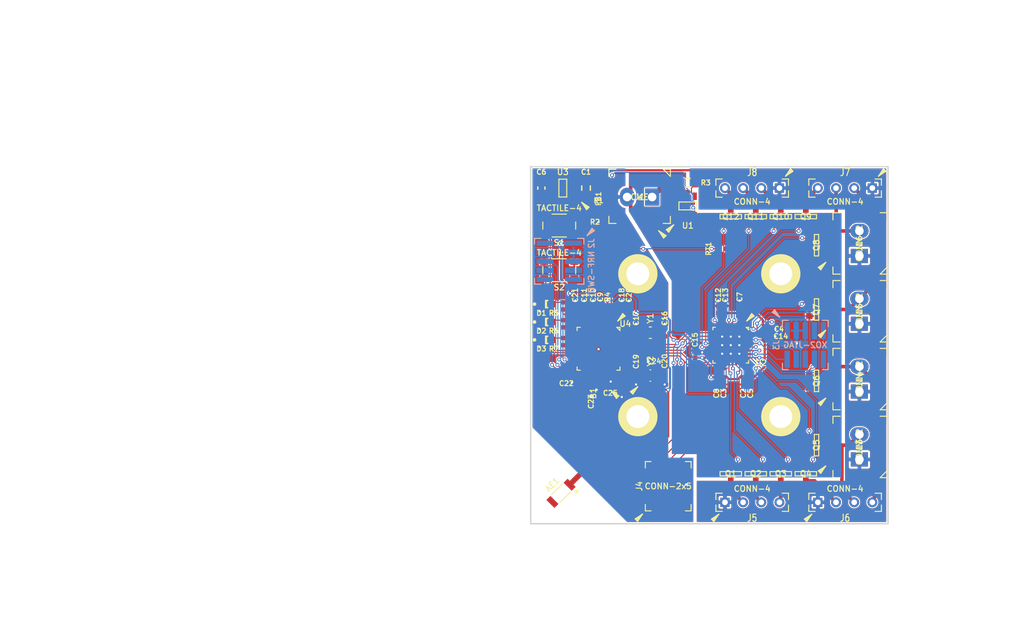
<source format=kicad_pcb>
(kicad_pcb (version 4) (host pcbnew "(2014-jul-16 BZR unknown)-product")
  (layers (0 F.Cu signal) (31 B.Cu signal) (34 B.Paste user) (35 F.Paste user) (36 B.SilkS user) (37 F.SilkS user) (38 B.Mask user) (39 F.Mask user) (44 Edge.Cuts user))
  (net 0 "")
  (net 1 "Net-(C1-Pad1)")
  (net 2 +3V3)
  (net 3 /VIN_SENSE)
  (net 4 /IIN_SENSE)
  (net 5 /TEMP_SENSE)
  (net 6 "Net-(C22-Pad1)")
  (net 7 "Net-(B1-Pad5)")
  (net 8 "Net-(C24-Pad1)")
  (net 9 "Net-(D1-PadA)")
  (net 10 "Net-(D2-PadA)")
  (net 11 "Net-(D3-PadA)")
  (net 12 VIN)
  (net 13 /NRF_SWDIO/~RESET)
  (net 14 /NRF_SWDCLK)
  (net 15 /TX)
  (net 16 /RX)
  (net 17 /~XO2_JTAG_EN)
  (net 18 /AUX1)
  (net 19 /SPI_CLK)
  (net 20 /AUX2)
  (net 21 /SPI_MISO)
  (net 22 /AUX3)
  (net 23 /SPI_CS)
  (net 24 /AUX4)
  (net 25 /SPI_MOSI)
  (net 26 /rgb1/CH1)
  (net 27 /rgb1/CH2)
  (net 28 /rgb1/CH3)
  (net 29 /rgb2/CH1)
  (net 30 /rgb2/CH2)
  (net 31 /rgb2/CH3)
  (net 32 /rgb3/CH1)
  (net 33 /rgb3/CH2)
  (net 34 /rgb3/CH3)
  (net 35 /rgb4/CH1)
  (net 36 /rgb4/CH2)
  (net 37 /rgb4/CH3)
  (net 38 "Net-(J1-Pad1)")
  (net 39 /LED1)
  (net 40 /LED2)
  (net 41 /LED3)
  (net 42 /~XO2_RESET)
  (net 43 /BUTTON1)
  (net 44 /BUTTON2)
  (net 45 "Net-(B1-Pad3)")
  (net 46 "Net-(B1-Pad4)")
  (net 47 /ANT)
  (net 48 "Net-(C16-Pad1)")
  (net 49 "Net-(C17-Pad1)")
  (net 50 "Net-(C19-Pad1)")
  (net 51 "Net-(C20-Pad1)")
  (net 52 /rgb1/CH1_OUT)
  (net 53 /rgb1/CH2_OUT)
  (net 54 /rgb1/CH3_OUT)
  (net 55 /rgb2/CH1_OUT)
  (net 56 /rgb2/CH2_OUT)
  (net 57 /rgb2/CH3_OUT)
  (net 58 /rgb3/CH1_OUT)
  (net 59 /rgb3/CH2_OUT)
  (net 60 /rgb3/CH3_OUT)
  (net 61 /rgb4/CH1_OUT)
  (net 62 /rgb4/CH2_OUT)
  (net 63 /rgb4/CH3_OUT)
  (net 64 DGND)
  (net 65 /SPI_CS_PGM)
  (net 66 /XO2_JTAG_TMS)
  (net 67 /XO2_JTAG_TCK)
  (module pulsar:nrf51822-qfn48 (layer F.Cu) (at 109.5 125.5 270)
    (fp_text reference U4 (at -3.5 -3.75 360) (layer F.SilkS) (effects (font (size 0.81 0.81))))
    (fp_text value nrf51822 hide)
    (pad FLAG smd rect (at 0 0 270) (size 4.6 4.6) (layers F.Cu F.Mask) (net 64 DGND))
    (pad 1 smd oval (at -3 -2.2 270) (size 0.8 0.2) (layers F.Cu F.Paste F.Mask) (net 2 +3V3))
    (pad 2 smd oval (at -3 -1.8 270) (size 0.8 0.2) (layers F.Cu F.Paste F.Mask))
    (pad 3 smd oval (at -3 -1.4 270) (size 0.8 0.2) (layers F.Cu F.Paste F.Mask) (net 18 /AUX1))
    (pad 4 smd oval (at -3 -1 270) (size 0.8 0.2) (layers F.Cu F.Paste F.Mask) (net 20 /AUX2))
    (pad 5 smd oval (at -3 -0.6 270) (size 0.8 0.2) (layers F.Cu F.Paste F.Mask) (net 22 /AUX3))
    (pad 6 smd oval (at -3 -0.2 270) (size 0.8 0.2) (layers F.Cu F.Paste F.Mask) (net 5 /TEMP_SENSE))
    (pad 7 smd oval (at -3 0.2 270) (size 0.8 0.2) (layers F.Cu F.Paste F.Mask) (net 4 /IIN_SENSE))
    (pad 8 smd oval (at -3 0.6 270) (size 0.8 0.2) (layers F.Cu F.Paste F.Mask) (net 3 /VIN_SENSE))
    (pad 9 smd oval (at -3 1 270) (size 0.8 0.2) (layers F.Cu F.Paste F.Mask))
    (pad 10 smd oval (at -3 1.4 270) (size 0.8 0.2) (layers F.Cu F.Paste F.Mask))
    (pad 11 smd oval (at -3 1.8 270) (size 0.8 0.2) (layers F.Cu F.Paste F.Mask))
    (pad 12 smd oval (at -3 2.2 270) (size 0.8 0.2) (layers F.Cu F.Paste F.Mask) (net 2 +3V3))
    (pad 13 smd oval (at -2.2 3) (size 0.8 0.2) (layers F.Cu F.Paste F.Mask) (net 64 DGND))
    (pad 14 smd oval (at -1.8 3) (size 0.8 0.2) (layers F.Cu F.Paste F.Mask))
    (pad 15 smd oval (at -1.4 3) (size 0.8 0.2) (layers F.Cu F.Paste F.Mask) (net 39 /LED1))
    (pad 16 smd oval (at -1 3) (size 0.8 0.2) (layers F.Cu F.Paste F.Mask) (net 40 /LED2))
    (pad 17 smd oval (at -0.6 3) (size 0.8 0.2) (layers F.Cu F.Paste F.Mask) (net 41 /LED3))
    (pad 18 smd oval (at -0.2 3) (size 0.8 0.2) (layers F.Cu F.Paste F.Mask) (net 43 /BUTTON1))
    (pad 19 smd oval (at 0.2 3) (size 0.8 0.2) (layers F.Cu F.Paste F.Mask) (net 44 /BUTTON2))
    (pad 20 smd oval (at 0.6 3) (size 0.8 0.2) (layers F.Cu F.Paste F.Mask))
    (pad 21 smd oval (at 1 3) (size 0.8 0.2) (layers F.Cu F.Paste F.Mask))
    (pad 22 smd oval (at 1.4 3) (size 0.8 0.2) (layers F.Cu F.Paste F.Mask))
    (pad 23 smd oval (at 1.8 3) (size 0.8 0.2) (layers F.Cu F.Paste F.Mask) (net 13 /NRF_SWDIO/~RESET))
    (pad 24 smd oval (at 2.2 3) (size 0.8 0.2) (layers F.Cu F.Paste F.Mask) (net 14 /NRF_SWDCLK))
    (pad 25 smd oval (at 3 2.2 270) (size 0.8 0.2) (layers F.Cu F.Paste F.Mask) (net 15 /TX))
    (pad 26 smd oval (at 3 1.8 270) (size 0.8 0.2) (layers F.Cu F.Paste F.Mask) (net 16 /RX))
    (pad 27 smd oval (at 3 1.4 270) (size 0.8 0.2) (layers F.Cu F.Paste F.Mask))
    (pad 28 smd oval (at 3 1 270) (size 0.8 0.2) (layers F.Cu F.Paste F.Mask))
    (pad 29 smd oval (at 3 0.6 270) (size 0.8 0.2) (layers F.Cu F.Paste F.Mask) (net 6 "Net-(C22-Pad1)"))
    (pad 30 smd oval (at 3 0.2 270) (size 0.8 0.2) (layers F.Cu F.Paste F.Mask) (net 7 "Net-(B1-Pad5)"))
    (pad 31 smd oval (at 3 -0.2 270) (size 0.8 0.2) (layers F.Cu F.Paste F.Mask) (net 46 "Net-(B1-Pad4)"))
    (pad 32 smd oval (at 3 -0.6 270) (size 0.8 0.2) (layers F.Cu F.Paste F.Mask) (net 45 "Net-(B1-Pad3)"))
    (pad 33 smd oval (at 3 -1 270) (size 0.8 0.2) (layers F.Cu F.Paste F.Mask) (net 64 DGND))
    (pad 34 smd oval (at 3 -1.4 270) (size 0.8 0.2) (layers F.Cu F.Paste F.Mask) (net 64 DGND))
    (pad 35 smd oval (at 3 -1.8 270) (size 0.8 0.2) (layers F.Cu F.Paste F.Mask) (net 2 +3V3))
    (pad 36 smd oval (at 3 -2.2 270) (size 0.8 0.2) (layers F.Cu F.Paste F.Mask) (net 2 +3V3))
    (pad 37 smd oval (at 2.2 -3) (size 0.8 0.2) (layers F.Cu F.Paste F.Mask) (net 50 "Net-(C19-Pad1)"))
    (pad 38 smd oval (at 1.8 -3) (size 0.8 0.2) (layers F.Cu F.Paste F.Mask) (net 51 "Net-(C20-Pad1)"))
    (pad 39 smd oval (at 1.4 -3) (size 0.8 0.2) (layers F.Cu F.Paste F.Mask) (net 8 "Net-(C24-Pad1)"))
    (pad 40 smd oval (at 1 -3) (size 0.8 0.2) (layers F.Cu F.Paste F.Mask) (net 25 /SPI_MOSI))
    (pad 41 smd oval (at 0.6 -3) (size 0.8 0.2) (layers F.Cu F.Paste F.Mask) (net 65 /SPI_CS_PGM))
    (pad 42 smd oval (at 0.2 -3) (size 0.8 0.2) (layers F.Cu F.Paste F.Mask) (net 23 /SPI_CS))
    (pad 43 smd oval (at -0.2 -3) (size 0.8 0.2) (layers F.Cu F.Paste F.Mask) (net 21 /SPI_MISO))
    (pad 44 smd oval (at -0.6 -3) (size 0.8 0.2) (layers F.Cu F.Paste F.Mask) (net 19 /SPI_CLK))
    (pad 45 smd oval (at -1 -3) (size 0.8 0.2) (layers F.Cu F.Paste F.Mask) (net 48 "Net-(C16-Pad1)"))
    (pad 46 smd oval (at -1.4 -3) (size 0.8 0.2) (layers F.Cu F.Paste F.Mask) (net 49 "Net-(C17-Pad1)"))
    (pad 47 smd oval (at -1.8 -3) (size 0.8 0.2) (layers F.Cu F.Paste F.Mask) (net 42 /~XO2_RESET))
    (pad 48 smd oval (at -2.2 -3) (size 0.8 0.2) (layers F.Cu F.Paste F.Mask) (net 24 /AUX4))
    (pad FLAG thru_hole circle (at 0.05 0 270) (size 0.3 0.3) (drill 0.3) (layers *.Cu) (net 64 DGND))
  )
  (module pulsar:xo2-256-qfn32 (layer F.Cu) (at 128 125 270)
    (fp_text reference U2 (at 2.5 -4.25 540) (layer F.SilkS) (effects (font (size 0.81 0.81))))
    (fp_text value XO2-256 hide)
    (pad FLAG smd rect (at 0 0 270) (size 3.2 3.2) (layers F.Cu F.Mask) (net 64 DGND))
    (pad 1 smd oval (at -2.5 -1.75 270) (size 0.8 0.3) (layers F.Cu F.Paste F.Mask) (net 32 /rgb3/CH1))
    (pad 2 smd oval (at -2.5 -1.25 270) (size 0.8 0.3) (layers F.Cu F.Paste F.Mask) (net 2 +3V3))
    (pad 3 smd oval (at -2.5 -0.75 270) (size 0.8 0.3) (layers F.Cu F.Paste F.Mask) (net 64 DGND))
    (pad 4 smd oval (at -2.5 -0.25 270) (size 0.8 0.3) (layers F.Cu F.Paste F.Mask) (net 33 /rgb3/CH2))
    (pad 5 smd oval (at -2.5 0.25 270) (size 0.8 0.3) (layers F.Cu F.Paste F.Mask) (net 34 /rgb3/CH3))
    (pad 6 smd oval (at -2.5 0.75 270) (size 0.8 0.3) (layers F.Cu F.Paste F.Mask) (net 2 +3V3))
    (pad 7 smd oval (at -2.5 1.25 270) (size 0.8 0.3) (layers F.Cu F.Paste F.Mask) (net 2 +3V3))
    (pad 8 smd oval (at -2.5 1.75 270) (size 0.8 0.3) (layers F.Cu F.Paste F.Mask) (net 35 /rgb4/CH1))
    (pad 9 smd oval (at -1.75 2.5) (size 0.8 0.3) (layers F.Cu F.Paste F.Mask) (net 19 /SPI_CLK))
    (pad 10 smd oval (at -1.25 2.5) (size 0.8 0.3) (layers F.Cu F.Paste F.Mask) (net 21 /SPI_MISO))
    (pad 11 smd oval (at -0.75 2.5) (size 0.8 0.3) (layers F.Cu F.Paste F.Mask) (net 23 /SPI_CS))
    (pad 12 smd oval (at -0.25 2.5) (size 0.8 0.3) (layers F.Cu F.Paste F.Mask) (net 36 /rgb4/CH2))
    (pad 13 smd oval (at 0.25 2.5) (size 0.8 0.3) (layers F.Cu F.Paste F.Mask) (net 37 /rgb4/CH3))
    (pad 14 smd oval (at 0.75 2.5) (size 0.8 0.3) (layers F.Cu F.Paste F.Mask))
    (pad 15 smd oval (at 1.25 2.5) (size 0.8 0.3) (layers F.Cu F.Paste F.Mask) (net 2 +3V3))
    (pad 16 smd oval (at 1.75 2.5) (size 0.8 0.3) (layers F.Cu F.Paste F.Mask) (net 65 /SPI_CS_PGM))
    (pad 17 smd oval (at 2.5 1.75 270) (size 0.8 0.3) (layers F.Cu F.Paste F.Mask) (net 25 /SPI_MOSI))
    (pad 18 smd oval (at 2.5 1.25 270) (size 0.8 0.3) (layers F.Cu F.Paste F.Mask) (net 2 +3V3))
    (pad 19 smd oval (at 2.5 0.75 270) (size 0.8 0.3) (layers F.Cu F.Paste F.Mask) (net 2 +3V3))
    (pad 20 smd oval (at 2.5 0.25 270) (size 0.8 0.3) (layers F.Cu F.Paste F.Mask) (net 26 /rgb1/CH1))
    (pad 21 smd oval (at 2.5 -0.25 270) (size 0.8 0.3) (layers F.Cu F.Paste F.Mask) (net 27 /rgb1/CH2))
    (pad 22 smd oval (at 2.5 -0.75 270) (size 0.8 0.3) (layers F.Cu F.Paste F.Mask) (net 64 DGND))
    (pad 23 smd oval (at 2.5 -1.25 270) (size 0.8 0.3) (layers F.Cu F.Paste F.Mask) (net 28 /rgb1/CH3))
    (pad 24 smd oval (at 2.5 -1.75 270) (size 0.8 0.3) (layers F.Cu F.Paste F.Mask) (net 2 +3V3))
    (pad 25 smd oval (at 1.75 -2.5) (size 0.8 0.3) (layers F.Cu F.Paste F.Mask) (net 42 /~XO2_RESET))
    (pad 26 smd oval (at 1.25 -2.5) (size 0.8 0.3) (layers F.Cu F.Paste F.Mask) (net 17 /~XO2_JTAG_EN))
    (pad 27 smd oval (at 0.75 -2.5) (size 0.8 0.3) (layers F.Cu F.Paste F.Mask) (net 29 /rgb2/CH1))
    (pad 28 smd oval (at 0.25 -2.5) (size 0.8 0.3) (layers F.Cu F.Paste F.Mask) (net 30 /rgb2/CH2))
    (pad 29 smd oval (at -0.25 -2.5) (size 0.8 0.3) (layers F.Cu F.Paste F.Mask) (net 66 /XO2_JTAG_TMS))
    (pad 30 smd oval (at -0.75 -2.5) (size 0.8 0.3) (layers F.Cu F.Paste F.Mask) (net 67 /XO2_JTAG_TCK))
    (pad 31 smd oval (at -1.25 -2.5) (size 0.8 0.3) (layers F.Cu F.Paste F.Mask) (net 2 +3V3))
    (pad 32 smd oval (at -1.75 -2.5) (size 0.8 0.3) (layers F.Cu F.Paste F.Mask) (net 31 /rgb2/CH3))
    (pad FLAG thru_hole circle (at -1.2 -1.2 270) (size 0.3 0.3) (drill 0.3) (layers *.Cu) (net 64 DGND))
    (pad FLAG thru_hole circle (at 0 -1.2 270) (size 0.3 0.3) (drill 0.3) (layers *.Cu) (net 64 DGND))
    (pad FLAG thru_hole circle (at 1.2 -1.2 270) (size 0.3 0.3) (drill 0.3) (layers *.Cu) (net 64 DGND))
    (pad FLAG thru_hole circle (at -1.2 0 270) (size 0.3 0.3) (drill 0.3) (layers *.Cu) (net 64 DGND))
    (pad FLAG thru_hole circle (at 0 0 270) (size 0.3 0.3) (drill 0.3) (layers *.Cu) (net 64 DGND))
    (pad FLAG thru_hole circle (at 1.2 0 270) (size 0.3 0.3) (drill 0.3) (layers *.Cu) (net 64 DGND))
    (pad FLAG thru_hole circle (at 0 1.2 270) (size 0.3 0.3) (drill 0.3) (layers *.Cu) (net 64 DGND))
    (pad FLAG thru_hole circle (at 1.2 1.2 270) (size 0.3 0.3) (drill 0.3) (layers *.Cu) (net 64 DGND))
    (pad FLAG thru_hole circle (at -1.2 1.2 270) (size 0.3 0.3) (drill 0.3) (layers *.Cu) (net 64 DGND))
  )
  (module libs:TERM-2-3.5-PTH (layer F.Cu) (at 115.25 104.25 180)
    (fp_text reference J1 (at 0 0 180) (layer F.SilkS) (effects (font (size 0.81 0.81))))
    (fp_text value POWER (at 0 0 180) (layer F.SilkS) (effects (font (size 0.81 0.81))))
    (pad 1 thru_hole rect (at -1.75 0 180) (size 2 2.4) (drill 1.2) (layers *.Cu *.Mask) (net 38 "Net-(J1-Pad1)") (thermal_gap 0.3))
    (pad 2 thru_hole oval (at 1.75 0 180) (size 2 2.6) (drill 1.2) (layers *.Cu *.Mask) (net 64 DGND) (thermal_gap 0.3))
  )
  (module SMD-1005:SMD-1005 (layer F.Cu) (at 129.75 130)
    (fp_text reference C2 (at 0 1.75 90) (layer F.SilkS) (effects (font (size 0.7 0.7))))
    (fp_text value 100n hide)
    (pad 1 smd rect (at 0 -0.5) (size 0.65 0.6) (layers F.Cu F.Paste F.Mask) (net 2 +3V3))
    (pad 2 smd rect (at 0 0.5) (size 0.65 0.6) (layers F.Cu F.Paste F.Mask) (net 64 DGND))
  )
  (module SMD-1005:SMD-1005 (layer F.Cu) (at 127 130)
    (fp_text reference C3 (at 0 1.75 90) (layer F.SilkS) (effects (font (size 0.7 0.7))))
    (fp_text value 100n hide)
    (pad 1 smd rect (at 0 -0.5) (size 0.65 0.6) (layers F.Cu F.Paste F.Mask) (net 2 +3V3))
    (pad 2 smd rect (at 0 0.5) (size 0.65 0.6) (layers F.Cu F.Paste F.Mask) (net 64 DGND))
  )
  (module SMD-1005:SMD-1005 (layer F.Cu) (at 133 122.75 90)
    (fp_text reference C4 (at 0 1.75 180) (layer F.SilkS) (effects (font (size 0.7 0.7))))
    (fp_text value 100n hide)
    (pad 1 smd rect (at 0 -0.5 90) (size 0.65 0.6) (layers F.Cu F.Paste F.Mask) (net 2 +3V3))
    (pad 2 smd rect (at 0 0.5 90) (size 0.65 0.6) (layers F.Cu F.Paste F.Mask) (net 64 DGND))
  )
  (module SMD-1005:SMD-1005 (layer F.Cu) (at 130.75 130)
    (fp_text reference C5 (at 0 1.75 90) (layer F.SilkS) (effects (font (size 0.7 0.7))))
    (fp_text value 1u hide)
    (pad 1 smd rect (at 0 -0.5) (size 0.65 0.6) (layers F.Cu F.Paste F.Mask) (net 2 +3V3))
    (pad 2 smd rect (at 0 0.5) (size 0.65 0.6) (layers F.Cu F.Paste F.Mask) (net 64 DGND))
  )
  (module SMD-1608:SMD-1608 (layer F.Cu) (at 101.5 103 180)
    (fp_text reference C6 (at 0 2.25 360) (layer F.SilkS) (effects (font (size 0.7 0.7))))
    (fp_text value 4.7u hide)
    (pad 1 smd rect (at 0 -0.8 180) (size 0.9 0.8) (layers F.Cu F.Paste F.Mask) (net 2 +3V3))
    (pad 2 smd rect (at 0 0.8 180) (size 0.9 0.8) (layers F.Cu F.Paste F.Mask) (net 64 DGND))
  )
  (module SMD-1005:SMD-1005 (layer F.Cu) (at 129.25 120 180)
    (fp_text reference C7 (at 0 1.75 270) (layer F.SilkS) (effects (font (size 0.7 0.7))))
    (fp_text value 100n hide)
    (pad 1 smd rect (at 0 -0.5 180) (size 0.65 0.6) (layers F.Cu F.Paste F.Mask) (net 2 +3V3))
    (pad 2 smd rect (at 0 0.5 180) (size 0.65 0.6) (layers F.Cu F.Paste F.Mask) (net 64 DGND))
  )
  (module SMD-1005:SMD-1005 (layer F.Cu) (at 126 130)
    (fp_text reference C8 (at 0 1.75 90) (layer F.SilkS) (effects (font (size 0.7 0.7))))
    (fp_text value 100n hide)
    (pad 1 smd rect (at 0 -0.5) (size 0.65 0.6) (layers F.Cu F.Paste F.Mask) (net 2 +3V3))
    (pad 2 smd rect (at 0 0.5) (size 0.65 0.6) (layers F.Cu F.Paste F.Mask) (net 64 DGND))
  )
  (module SMD-1005:SMD-1005 (layer F.Cu) (at 109.75 120 180)
    (fp_text reference C9 (at 0 1.75 270) (layer F.SilkS) (effects (font (size 0.7 0.7))))
    (fp_text value 47n hide)
    (pad 1 smd rect (at 0 -0.5 180) (size 0.65 0.6) (layers F.Cu F.Paste F.Mask) (net 5 /TEMP_SENSE))
    (pad 2 smd rect (at 0 0.5 180) (size 0.65 0.6) (layers F.Cu F.Paste F.Mask) (net 64 DGND))
  )
  (module SMD-1005:SMD-1005 (layer F.Cu) (at 108.75 120 180)
    (fp_text reference C10 (at 0 2 270) (layer F.SilkS) (effects (font (size 0.7 0.7))))
    (fp_text value 47n hide)
    (pad 1 smd rect (at 0 -0.5 180) (size 0.65 0.6) (layers F.Cu F.Paste F.Mask) (net 4 /IIN_SENSE))
    (pad 2 smd rect (at 0 0.5 180) (size 0.65 0.6) (layers F.Cu F.Paste F.Mask) (net 64 DGND))
  )
  (module SMD-1005:SMD-1005 (layer F.Cu) (at 107.5 120 180)
    (fp_text reference C11 (at 0 2 270) (layer F.SilkS) (effects (font (size 0.7 0.7))))
    (fp_text value 47n hide)
    (pad 1 smd rect (at 0 -0.5 180) (size 0.65 0.6) (layers F.Cu F.Paste F.Mask) (net 3 /VIN_SENSE))
    (pad 2 smd rect (at 0 0.5 180) (size 0.65 0.6) (layers F.Cu F.Paste F.Mask) (net 64 DGND))
  )
  (module SMD-1005:SMD-1005 (layer F.Cu) (at 126.25 120 180)
    (fp_text reference C12 (at 0 2 270) (layer F.SilkS) (effects (font (size 0.7 0.7))))
    (fp_text value 100n hide)
    (pad 1 smd rect (at 0 -0.5 180) (size 0.65 0.6) (layers F.Cu F.Paste F.Mask) (net 2 +3V3))
    (pad 2 smd rect (at 0 0.5 180) (size 0.65 0.6) (layers F.Cu F.Paste F.Mask) (net 64 DGND))
  )
  (module SMD-1005:SMD-1005 (layer F.Cu) (at 127.25 120 180)
    (fp_text reference C13 (at 0 2 270) (layer F.SilkS) (effects (font (size 0.7 0.7))))
    (fp_text value 100n hide)
    (pad 1 smd rect (at 0 -0.5 180) (size 0.65 0.6) (layers F.Cu F.Paste F.Mask) (net 2 +3V3))
    (pad 2 smd rect (at 0 0.5 180) (size 0.65 0.6) (layers F.Cu F.Paste F.Mask) (net 64 DGND))
  )
  (module SMD-1005:SMD-1005 (layer F.Cu) (at 133 123.75 90)
    (fp_text reference C14 (at 0 2 180) (layer F.SilkS) (effects (font (size 0.7 0.7))))
    (fp_text value 100n hide)
    (pad 1 smd rect (at 0 -0.5 90) (size 0.65 0.6) (layers F.Cu F.Paste F.Mask) (net 2 +3V3))
    (pad 2 smd rect (at 0 0.5 90) (size 0.65 0.6) (layers F.Cu F.Paste F.Mask) (net 64 DGND))
  )
  (module SMD-1005:SMD-1005 (layer F.Cu) (at 123 126.25 180)
    (fp_text reference C15 (at 0 2 270) (layer F.SilkS) (effects (font (size 0.7 0.7))))
    (fp_text value 1u hide)
    (pad 1 smd rect (at 0 -0.5 180) (size 0.65 0.6) (layers F.Cu F.Paste F.Mask) (net 2 +3V3))
    (pad 2 smd rect (at 0 0.5 180) (size 0.65 0.6) (layers F.Cu F.Paste F.Mask) (net 64 DGND))
  )
  (module SMD-1005:SMD-1005 (layer F.Cu) (at 118.75 123.25 180)
    (fp_text reference C16 (at 0 2 270) (layer F.SilkS) (effects (font (size 0.7 0.7))))
    (fp_text value 7p hide)
    (pad 1 smd rect (at 0 -0.5 180) (size 0.65 0.6) (layers F.Cu F.Paste F.Mask) (net 48 "Net-(C16-Pad1)"))
    (pad 2 smd rect (at 0 0.5 180) (size 0.65 0.6) (layers F.Cu F.Paste F.Mask) (net 64 DGND))
  )
  (module SMD-1005:SMD-1005 (layer F.Cu) (at 114.75 123.25 180)
    (fp_text reference C17 (at 0 2 270) (layer F.SilkS) (effects (font (size 0.7 0.7))))
    (fp_text value 7p hide)
    (pad 1 smd rect (at 0 -0.5 180) (size 0.65 0.6) (layers F.Cu F.Paste F.Mask) (net 49 "Net-(C17-Pad1)"))
    (pad 2 smd rect (at 0 0.5 180) (size 0.65 0.6) (layers F.Cu F.Paste F.Mask) (net 64 DGND))
  )
  (module SMD-1005:SMD-1005 (layer F.Cu) (at 112.75 120 180)
    (fp_text reference C18 (at 0 2 270) (layer F.SilkS) (effects (font (size 0.7 0.7))))
    (fp_text value 100n hide)
    (pad 1 smd rect (at 0 -0.5 180) (size 0.65 0.6) (layers F.Cu F.Paste F.Mask) (net 2 +3V3))
    (pad 2 smd rect (at 0 0.5 180) (size 0.65 0.6) (layers F.Cu F.Paste F.Mask) (net 64 DGND))
  )
  (module SMD-1005:SMD-1005 (layer F.Cu) (at 114.75 129.25)
    (fp_text reference C19 (at 0 -1.95 90) (layer F.SilkS) (effects (font (size 0.7 0.7))))
    (fp_text value 6p hide)
    (pad 1 smd rect (at 0 -0.5) (size 0.65 0.6) (layers F.Cu F.Paste F.Mask) (net 50 "Net-(C19-Pad1)"))
    (pad 2 smd rect (at 0 0.5) (size 0.65 0.6) (layers F.Cu F.Paste F.Mask) (net 64 DGND))
  )
  (module SMD-1005:SMD-1005 (layer F.Cu) (at 118.75 129.25)
    (fp_text reference C20 (at 0 -2 90) (layer F.SilkS) (effects (font (size 0.7 0.7))))
    (fp_text value 6p hide)
    (pad 1 smd rect (at 0 -0.5) (size 0.65 0.6) (layers F.Cu F.Paste F.Mask) (net 51 "Net-(C20-Pad1)"))
    (pad 2 smd rect (at 0 0.5) (size 0.65 0.6) (layers F.Cu F.Paste F.Mask) (net 64 DGND))
  )
  (module SMD-1005:SMD-1005 (layer F.Cu) (at 106.25 120 180)
    (fp_text reference C21 (at 0 2 270) (layer F.SilkS) (effects (font (size 0.7 0.7))))
    (fp_text value 100n hide)
    (pad 1 smd rect (at 0 -0.5 180) (size 0.65 0.6) (layers F.Cu F.Paste F.Mask) (net 2 +3V3))
    (pad 2 smd rect (at 0 0.5 180) (size 0.65 0.6) (layers F.Cu F.Paste F.Mask) (net 64 DGND))
  )
  (module SMD-1005:SMD-1005 (layer F.Cu) (at 107 130.35 270)
    (fp_text reference C22 (at 0 2 360) (layer F.SilkS) (effects (font (size 0.7 0.7))))
    (fp_text value 47n hide)
    (pad 1 smd rect (at 0 -0.5 270) (size 0.65 0.6) (layers F.Cu F.Paste F.Mask) (net 6 "Net-(C22-Pad1)"))
    (pad 2 smd rect (at 0 0.5 270) (size 0.65 0.6) (layers F.Cu F.Paste F.Mask) (net 64 DGND))
  )
  (module SMD-1005:SMD-1005 (layer F.Cu) (at 108.45 130.9)
    (fp_text reference C23 (at 0 2 90) (layer F.SilkS) (effects (font (size 0.7 0.7))))
    (fp_text value 2.2n hide)
    (pad 1 smd rect (at 0 -0.5) (size 0.65 0.6) (layers F.Cu F.Paste F.Mask) (net 7 "Net-(B1-Pad5)"))
    (pad 2 smd rect (at 0 0.5) (size 0.65 0.6) (layers F.Cu F.Paste F.Mask) (net 64 DGND))
  )
  (module SMD-1005:SMD-1005 (layer F.Cu) (at 115.25 127.25 90)
    (fp_text reference C24 (at 0 2 180) (layer F.SilkS) (effects (font (size 0.7 0.7))))
    (fp_text value 100n hide)
    (pad 1 smd rect (at 0 -0.5 90) (size 0.65 0.6) (layers F.Cu F.Paste F.Mask) (net 8 "Net-(C24-Pad1)"))
    (pad 2 smd rect (at 0 0.5 90) (size 0.65 0.6) (layers F.Cu F.Paste F.Mask) (net 64 DGND))
  )
  (module SMD-1005:SMD-1005 (layer F.Cu) (at 112.75 131)
    (fp_text reference C25 (at -1.6 0.7 180) (layer F.SilkS) (effects (font (size 0.7 0.7))))
    (fp_text value 1n hide)
    (pad 1 smd rect (at 0 -0.5) (size 0.65 0.6) (layers F.Cu F.Paste F.Mask) (net 2 +3V3))
    (pad 2 smd rect (at 0 0.5) (size 0.65 0.6) (layers F.Cu F.Paste F.Mask) (net 64 DGND))
  )
  (module SMD-1005:SMD-1005 (layer F.Cu) (at 109.5 102.5)
    (fp_text reference FB1 (at 0 2 90) (layer F.SilkS) (effects (font (size 0.7 0.7))))
    (fp_text value FERRITE hide)
    (pad 1 smd rect (at 0 -0.5) (size 0.65 0.6) (layers F.Cu F.Paste F.Mask) (net 12 VIN))
    (pad 2 smd rect (at 0 0.5) (size 0.65 0.6) (layers F.Cu F.Paste F.Mask) (net 1 "Net-(C1-Pad1)"))
  )
  (module libs:SOT-23-FET (layer F.Cu) (at 128 143 180)
    (fp_text reference Q1 (at 0 0 180) (layer F.SilkS) (effects (font (size 0.81 0.81))))
    (fp_text value NMOS hide)
    (pad G smd rect (at -0.95 1 180) (size 0.8 0.9) (layers F.Cu F.Paste F.Mask) (net 26 /rgb1/CH1))
    (pad S smd rect (at 0.95 1 180) (size 0.8 0.9) (layers F.Cu F.Paste F.Mask) (net 64 DGND))
    (pad D smd rect (at 0 -1 180) (size 0.8 0.9) (layers F.Cu F.Paste F.Mask) (net 52 /rgb1/CH1_OUT))
  )
  (module libs:SOT-23-FET (layer F.Cu) (at 131.5 143 180)
    (fp_text reference Q2 (at 0 0 180) (layer F.SilkS) (effects (font (size 0.81 0.81))))
    (fp_text value NMOS hide)
    (pad G smd rect (at -0.95 1 180) (size 0.8 0.9) (layers F.Cu F.Paste F.Mask) (net 27 /rgb1/CH2))
    (pad S smd rect (at 0.95 1 180) (size 0.8 0.9) (layers F.Cu F.Paste F.Mask) (net 64 DGND))
    (pad D smd rect (at 0 -1 180) (size 0.8 0.9) (layers F.Cu F.Paste F.Mask) (net 53 /rgb1/CH2_OUT))
  )
  (module libs:SOT-23-FET (layer F.Cu) (at 135 143 180)
    (fp_text reference Q3 (at 0 0 180) (layer F.SilkS) (effects (font (size 0.81 0.81))))
    (fp_text value NMOS hide)
    (pad G smd rect (at -0.95 1 180) (size 0.8 0.9) (layers F.Cu F.Paste F.Mask) (net 28 /rgb1/CH3))
    (pad S smd rect (at 0.95 1 180) (size 0.8 0.9) (layers F.Cu F.Paste F.Mask) (net 64 DGND))
    (pad D smd rect (at 0 -1 180) (size 0.8 0.9) (layers F.Cu F.Paste F.Mask) (net 54 /rgb1/CH3_OUT))
  )
  (module libs:SOT-23-FET (layer F.Cu) (at 138.5 143 180)
    (fp_text reference Q4 (at 0 0 180) (layer F.SilkS) (effects (font (size 0.81 0.81))))
    (fp_text value NMOS hide)
    (pad G smd rect (at -0.95 1 180) (size 0.8 0.9) (layers F.Cu F.Paste F.Mask) (net 29 /rgb2/CH1))
    (pad S smd rect (at 0.95 1 180) (size 0.8 0.9) (layers F.Cu F.Paste F.Mask) (net 64 DGND))
    (pad D smd rect (at 0 -1 180) (size 0.8 0.9) (layers F.Cu F.Paste F.Mask) (net 55 /rgb2/CH1_OUT))
  )
  (module libs:SOT-23-FET (layer F.Cu) (at 140 139 270)
    (fp_text reference Q5 (at 0 0 270) (layer F.SilkS) (effects (font (size 0.81 0.81))))
    (fp_text value NMOS hide)
    (pad G smd rect (at -0.95 1 270) (size 0.8 0.9) (layers F.Cu F.Paste F.Mask) (net 30 /rgb2/CH2))
    (pad S smd rect (at 0.95 1 270) (size 0.8 0.9) (layers F.Cu F.Paste F.Mask) (net 64 DGND))
    (pad D smd rect (at 0 -1 270) (size 0.8 0.9) (layers F.Cu F.Paste F.Mask) (net 56 /rgb2/CH2_OUT))
  )
  (module libs:SOT-23-FET (layer F.Cu) (at 140 130 270)
    (fp_text reference Q6 (at 0 0 270) (layer F.SilkS) (effects (font (size 0.81 0.81))))
    (fp_text value NMOS hide)
    (pad G smd rect (at -0.95 1 270) (size 0.8 0.9) (layers F.Cu F.Paste F.Mask) (net 31 /rgb2/CH3))
    (pad S smd rect (at 0.95 1 270) (size 0.8 0.9) (layers F.Cu F.Paste F.Mask) (net 64 DGND))
    (pad D smd rect (at 0 -1 270) (size 0.8 0.9) (layers F.Cu F.Paste F.Mask) (net 57 /rgb2/CH3_OUT))
  )
  (module libs:SOT-23-FET (layer F.Cu) (at 140 120 270)
    (fp_text reference Q7 (at 0 0 270) (layer F.SilkS) (effects (font (size 0.81 0.81))))
    (fp_text value NMOS hide)
    (pad G smd rect (at -0.95 1 270) (size 0.8 0.9) (layers F.Cu F.Paste F.Mask) (net 32 /rgb3/CH1))
    (pad S smd rect (at 0.95 1 270) (size 0.8 0.9) (layers F.Cu F.Paste F.Mask) (net 64 DGND))
    (pad D smd rect (at 0 -1 270) (size 0.8 0.9) (layers F.Cu F.Paste F.Mask) (net 58 /rgb3/CH1_OUT))
  )
  (module libs:SOT-23-FET (layer F.Cu) (at 140 111 270)
    (fp_text reference Q8 (at 0 0 270) (layer F.SilkS) (effects (font (size 0.81 0.81))))
    (fp_text value NMOS hide)
    (pad G smd rect (at -0.95 1 270) (size 0.8 0.9) (layers F.Cu F.Paste F.Mask) (net 33 /rgb3/CH2))
    (pad S smd rect (at 0.95 1 270) (size 0.8 0.9) (layers F.Cu F.Paste F.Mask) (net 64 DGND))
    (pad D smd rect (at 0 -1 270) (size 0.8 0.9) (layers F.Cu F.Paste F.Mask) (net 59 /rgb3/CH2_OUT))
  )
  (module libs:SOT-23-FET (layer F.Cu) (at 138.5 107)
    (fp_text reference Q9 (at 0 0) (layer F.SilkS) (effects (font (size 0.81 0.81))))
    (fp_text value NMOS hide)
    (pad G smd rect (at -0.95 1) (size 0.8 0.9) (layers F.Cu F.Paste F.Mask) (net 34 /rgb3/CH3))
    (pad S smd rect (at 0.95 1) (size 0.8 0.9) (layers F.Cu F.Paste F.Mask) (net 64 DGND))
    (pad D smd rect (at 0 -1) (size 0.8 0.9) (layers F.Cu F.Paste F.Mask) (net 60 /rgb3/CH3_OUT))
  )
  (module libs:SOT-23-FET (layer F.Cu) (at 135 107)
    (fp_text reference Q10 (at 0 0) (layer F.SilkS) (effects (font (size 0.81 0.81))))
    (fp_text value NMOS hide)
    (pad G smd rect (at -0.95 1) (size 0.8 0.9) (layers F.Cu F.Paste F.Mask) (net 35 /rgb4/CH1))
    (pad S smd rect (at 0.95 1) (size 0.8 0.9) (layers F.Cu F.Paste F.Mask) (net 64 DGND))
    (pad D smd rect (at 0 -1) (size 0.8 0.9) (layers F.Cu F.Paste F.Mask) (net 61 /rgb4/CH1_OUT))
  )
  (module libs:SOT-23-FET (layer F.Cu) (at 131.5 107)
    (fp_text reference Q11 (at 0 0) (layer F.SilkS) (effects (font (size 0.81 0.81))))
    (fp_text value NMOS hide)
    (pad G smd rect (at -0.95 1) (size 0.8 0.9) (layers F.Cu F.Paste F.Mask) (net 36 /rgb4/CH2))
    (pad S smd rect (at 0.95 1) (size 0.8 0.9) (layers F.Cu F.Paste F.Mask) (net 64 DGND))
    (pad D smd rect (at 0 -1) (size 0.8 0.9) (layers F.Cu F.Paste F.Mask) (net 62 /rgb4/CH2_OUT))
  )
  (module libs:SOT-23-FET (layer F.Cu) (at 128 107)
    (fp_text reference Q12 (at 0 0) (layer F.SilkS) (effects (font (size 0.81 0.81))))
    (fp_text value NMOS hide)
    (pad G smd rect (at -0.95 1) (size 0.8 0.9) (layers F.Cu F.Paste F.Mask) (net 37 /rgb4/CH3))
    (pad S smd rect (at 0.95 1) (size 0.8 0.9) (layers F.Cu F.Paste F.Mask) (net 64 DGND))
    (pad D smd rect (at 0 -1) (size 0.8 0.9) (layers F.Cu F.Paste F.Mask) (net 63 /rgb4/CH3_OUT))
  )
  (module SMD-2012:SMD-2012 (layer F.Cu) (at 122 102.25 90)
    (fp_text reference R3 (at 0 2.5 180) (layer F.SilkS) (effects (font (size 0.7 0.7))))
    (fp_text value 5m hide)
    (pad 1 smd rect (at 0 -1 90) (size 1.3 0.9) (layers F.Cu F.Paste F.Mask) (net 38 "Net-(J1-Pad1)"))
    (pad 2 smd rect (at 0 1 90) (size 1.3 0.9) (layers F.Cu F.Paste F.Mask) (net 12 VIN))
  )
  (module sot-23-5:SOT-23-5 (layer F.Cu) (at 122 105.5)
    (fp_text reference U1 (at 0 2.75) (layer F.SilkS) (effects (font (size 0.81 0.81))))
    (fp_text value TS1102 hide)
    (pad 1 smd rect (at -0.95 1.35) (size 0.6 1.05) (layers F.Cu F.Paste F.Mask) (net 64 DGND))
    (pad 2 smd rect (at 0 1.35) (size 0.6 1.05) (layers F.Cu F.Paste F.Mask) (net 64 DGND))
    (pad 3 smd rect (at 0.95 1.35) (size 0.6 1.05) (layers F.Cu F.Paste F.Mask) (net 4 /IIN_SENSE))
    (pad 4 smd rect (at 0.95 -1.35) (size 0.6 1.05) (layers F.Cu F.Paste F.Mask) (net 12 VIN))
    (pad 5 smd rect (at -0.95 -1.35) (size 0.6 1.05) (layers F.Cu F.Paste F.Mask) (net 38 "Net-(J1-Pad1)"))
  )
  (module sot-23-5:SOT-23-5 (layer F.Cu) (at 104.5 103 90)
    (fp_text reference U3 (at 2.25 0 180) (layer F.SilkS) (effects (font (size 0.81 0.81))))
    (fp_text value MIC5205 hide)
    (pad 1 smd rect (at -0.95 1.35 90) (size 0.6 1.05) (layers F.Cu F.Paste F.Mask) (net 1 "Net-(C1-Pad1)"))
    (pad 2 smd rect (at 0 1.35 90) (size 0.6 1.05) (layers F.Cu F.Paste F.Mask) (net 64 DGND))
    (pad 3 smd rect (at 0.95 1.35 90) (size 0.6 1.05) (layers F.Cu F.Paste F.Mask) (net 1 "Net-(C1-Pad1)"))
    (pad 4 smd rect (at 0.95 -1.35 90) (size 0.6 1.05) (layers F.Cu F.Paste F.Mask))
    (pad 5 smd rect (at -0.95 -1.35 90) (size 0.6 1.05) (layers F.Cu F.Paste F.Mask) (net 2 +3V3))
  )
  (module libs:SMD-1608-LED (layer F.Cu) (at 102.25 124.25 270)
    (fp_text reference D3 (at 1.25 0.75 360) (layer F.SilkS) (effects (font (size 0.7 0.7))))
    (fp_text value LED hide)
    (pad A smd rect (at 0 -0.8 270) (size 0.9 0.8) (layers F.Cu F.Paste F.Mask) (net 11 "Net-(D3-PadA)"))
    (pad C smd rect (at 0 0.8 270) (size 0.9 0.8) (layers F.Cu F.Paste F.Mask) (net 64 DGND))
  )
  (module libs:SMD-1608-LED (layer F.Cu) (at 102.25 121.75 270)
    (fp_text reference D2 (at 1.25 0.75 360) (layer F.SilkS) (effects (font (size 0.7 0.7))))
    (fp_text value LED hide)
    (pad A smd rect (at 0 -0.8 270) (size 0.9 0.8) (layers F.Cu F.Paste F.Mask) (net 10 "Net-(D2-PadA)"))
    (pad C smd rect (at 0 0.8 270) (size 0.9 0.8) (layers F.Cu F.Paste F.Mask) (net 64 DGND))
  )
  (module libs:SMD-1608-LED (layer F.Cu) (at 102.25 119.25 270)
    (fp_text reference D1 (at 1.25 0.75 360) (layer F.SilkS) (effects (font (size 0.7 0.7))))
    (fp_text value LED hide)
    (pad A smd rect (at 0 -0.8 270) (size 0.9 0.8) (layers F.Cu F.Paste F.Mask) (net 9 "Net-(D1-PadA)"))
    (pad C smd rect (at 0 0.8 270) (size 0.9 0.8) (layers F.Cu F.Paste F.Mask) (net 64 DGND))
  )
  (module SMD-1005:SMD-1005 (layer F.Cu) (at 110.75 120)
    (fp_text reference R4 (at 0 -1.75 90) (layer F.SilkS) (effects (font (size 0.7 0.7))))
    (fp_text value 22k hide)
    (pad 1 smd rect (at 0 -0.5) (size 0.65 0.6) (layers F.Cu F.Paste F.Mask) (net 2 +3V3))
    (pad 2 smd rect (at 0 0.5) (size 0.65 0.6) (layers F.Cu F.Paste F.Mask) (net 5 /TEMP_SENSE))
  )
  (module SMD-1005:SMD-1005 (layer F.Cu) (at 104.5 119.5 180)
    (fp_text reference R5 (at 1.25 -1 360) (layer F.SilkS) (effects (font (size 0.7 0.7))))
    (fp_text value 1k hide)
    (pad 1 smd rect (at 0 -0.5 180) (size 0.65 0.6) (layers F.Cu F.Paste F.Mask) (net 39 /LED1))
    (pad 2 smd rect (at 0 0.5 180) (size 0.65 0.6) (layers F.Cu F.Paste F.Mask) (net 9 "Net-(D1-PadA)"))
  )
  (module SMD-1005:SMD-1005 (layer F.Cu) (at 104.5 122 180)
    (fp_text reference R6 (at 1.25 -1 360) (layer F.SilkS) (effects (font (size 0.7 0.7))))
    (fp_text value 1k hide)
    (pad 1 smd rect (at 0 -0.5 180) (size 0.65 0.6) (layers F.Cu F.Paste F.Mask) (net 40 /LED2))
    (pad 2 smd rect (at 0 0.5 180) (size 0.65 0.6) (layers F.Cu F.Paste F.Mask) (net 10 "Net-(D2-PadA)"))
  )
  (module SMD-1005:SMD-1005 (layer F.Cu) (at 104.5 124.5 180)
    (fp_text reference R7 (at 1.25 -1 180) (layer F.SilkS) (effects (font (size 0.7 0.7))))
    (fp_text value 1k hide)
    (pad 1 smd rect (at 0 -0.5 180) (size 0.65 0.6) (layers F.Cu F.Paste F.Mask) (net 41 /LED3))
    (pad 2 smd rect (at 0 0.5 180) (size 0.65 0.6) (layers F.Cu F.Paste F.Mask) (net 11 "Net-(D3-PadA)"))
  )
  (module SMD-1005:SMD-1005 (layer F.Cu) (at 126.85 111.5 90)
    (fp_text reference RT1 (at 0 -1.95 90) (layer F.SilkS) (effects (font (size 0.7 0.7))))
    (fp_text value 47k hide)
    (pad 1 smd rect (at 0 -0.5 90) (size 0.65 0.6) (layers F.Cu F.Paste F.Mask) (net 5 /TEMP_SENSE))
    (pad 2 smd rect (at 0 0.5 90) (size 0.65 0.6) (layers F.Cu F.Paste F.Mask) (net 64 DGND))
  )
  (module libs:CONN-2x5-1.27-SMT (layer F.Cu) (at 119.25 144.75 180)
    (fp_text reference J4 (at 4.05 0 450) (layer F.SilkS) (effects (font (size 0.81 0.81))))
    (fp_text value CONN-2x5 (at 0 0 180) (layer F.SilkS) (effects (font (size 0.81 0.81))))
    (pad 1 smd rect (at 2.54 -2 180) (size 0.76 2.4) (layers F.Cu F.Paste F.Mask) (net 2 +3V3))
    (pad 2 smd rect (at 2.54 2 180) (size 0.76 2.4) (layers F.Cu F.Paste F.Mask) (net 19 /SPI_CLK))
    (pad 3 smd rect (at 1.27 -2 180) (size 0.76 2.4) (layers F.Cu F.Paste F.Mask) (net 18 /AUX1))
    (pad 4 smd rect (at 1.27 2 180) (size 0.76 2.4) (layers F.Cu F.Paste F.Mask) (net 21 /SPI_MISO))
    (pad 5 smd rect (at 0 -2 180) (size 0.76 2.4) (layers F.Cu F.Paste F.Mask) (net 20 /AUX2))
    (pad 6 smd rect (at 0 2 180) (size 0.76 2.4) (layers F.Cu F.Paste F.Mask) (net 23 /SPI_CS))
    (pad 7 smd rect (at -1.27 -2 180) (size 0.76 2.4) (layers F.Cu F.Paste F.Mask) (net 22 /AUX3))
    (pad 8 smd rect (at -1.27 2 180) (size 0.76 2.4) (layers F.Cu F.Paste F.Mask) (net 25 /SPI_MOSI))
    (pad 9 smd rect (at -2.54 -2 180) (size 0.76 2.4) (layers F.Cu F.Paste F.Mask) (net 24 /AUX4))
    (pad 10 smd rect (at -2.54 2 180) (size 0.76 2.4) (layers F.Cu F.Paste F.Mask) (net 64 DGND))
  )
  (module libs:CONN-2x5-1.27-SMT (layer B.Cu) (at 138.43 124.968 180)
    (fp_text reference J3 (at 4.05 0 270) (layer B.SilkS) (effects (font (size 0.81 0.81)) (justify mirror)))
    (fp_text value XO2-JTAG (at 0 0 180) (layer B.SilkS) (effects (font (size 0.81 0.81)) (justify mirror)))
    (pad 1 smd rect (at 2.54 2 180) (size 0.76 2.4) (layers B.Cu B.Paste B.Mask) (net 2 +3V3))
    (pad 2 smd rect (at 2.54 -2 180) (size 0.76 2.4) (layers B.Cu B.Paste B.Mask) (net 66 /XO2_JTAG_TMS))
    (pad 3 smd rect (at 1.27 2 180) (size 0.76 2.4) (layers B.Cu B.Paste B.Mask) (net 64 DGND))
    (pad 4 smd rect (at 1.27 -2 180) (size 0.76 2.4) (layers B.Cu B.Paste B.Mask) (net 67 /XO2_JTAG_TCK))
    (pad 5 smd rect (at 0 2 180) (size 0.76 2.4) (layers B.Cu B.Paste B.Mask) (net 64 DGND))
    (pad 6 smd rect (at 0 -2 180) (size 0.76 2.4) (layers B.Cu B.Paste B.Mask) (net 32 /rgb3/CH1))
    (pad 7 smd rect (at -1.27 2 180) (size 0.76 2.4) (layers B.Cu B.Paste B.Mask))
    (pad 8 smd rect (at -1.27 -2 180) (size 0.76 2.4) (layers B.Cu B.Paste B.Mask) (net 31 /rgb2/CH3))
    (pad 9 smd rect (at -2.54 2 180) (size 0.76 2.4) (layers B.Cu B.Paste B.Mask) (net 17 /~XO2_JTAG_EN))
    (pad 10 smd rect (at -2.54 -2 180) (size 0.76 2.4) (layers B.Cu B.Paste B.Mask) (net 42 /~XO2_RESET))
  )
  (module libs:CONN-2x5-1.27-SMT (layer B.Cu) (at 104 113.25 90)
    (fp_text reference J2 (at 2.5 4.5 90) (layer B.SilkS) (effects (font (size 0.81 0.81)) (justify mirror)))
    (fp_text value NRF-SWD (at -1.5 4.5 270) (layer B.SilkS) (effects (font (size 0.81 0.81)) (justify mirror)))
    (pad 1 smd rect (at 2.54 2 90) (size 0.76 2.4) (layers B.Cu B.Paste B.Mask) (net 2 +3V3))
    (pad 2 smd rect (at 2.54 -2 90) (size 0.76 2.4) (layers B.Cu B.Paste B.Mask) (net 13 /NRF_SWDIO/~RESET))
    (pad 3 smd rect (at 1.27 2 90) (size 0.76 2.4) (layers B.Cu B.Paste B.Mask) (net 64 DGND))
    (pad 4 smd rect (at 1.27 -2 90) (size 0.76 2.4) (layers B.Cu B.Paste B.Mask) (net 14 /NRF_SWDCLK))
    (pad 5 smd rect (at 0 2 90) (size 0.76 2.4) (layers B.Cu B.Paste B.Mask) (net 64 DGND))
    (pad 6 smd rect (at 0 -2 90) (size 0.76 2.4) (layers B.Cu B.Paste B.Mask) (net 15 /TX))
    (pad 7 smd rect (at -1.27 2 90) (size 0.76 2.4) (layers B.Cu B.Paste B.Mask))
    (pad 8 smd rect (at -1.27 -2 90) (size 0.76 2.4) (layers B.Cu B.Paste B.Mask) (net 16 /RX))
    (pad 9 smd rect (at -2.54 2 90) (size 0.76 2.4) (layers B.Cu B.Paste B.Mask))
    (pad 10 smd rect (at -2.54 -2 90) (size 0.76 2.4) (layers B.Cu B.Paste B.Mask))
  )
  (module libs:BALUN-2450BM14E0003 (layer F.Cu) (at 109.9 130.1 90)
    (fp_text reference B1 (at -1.65 -1.15 90) (layer F.SilkS) (effects (font (size 0.81 0.81))))
    (fp_text value nRF-BALUN hide)
    (pad 1 smd rect (at -0.5 0.425 90) (size 0.25 0.55) (layers F.Cu F.Paste F.Mask) (net 47 /ANT))
    (pad 2 smd rect (at 0 0.425 90) (size 0.25 0.55) (layers F.Cu F.Paste F.Mask) (net 64 DGND))
    (pad 3 smd rect (at 0.5 0.425 90) (size 0.25 0.55) (layers F.Cu F.Paste F.Mask) (net 45 "Net-(B1-Pad3)"))
    (pad 4 smd rect (at 0.5 -0.425 90) (size 0.25 0.55) (layers F.Cu F.Paste F.Mask) (net 46 "Net-(B1-Pad4)"))
    (pad 5 smd rect (at 0 -0.425 90) (size 0.25 0.55) (layers F.Cu F.Paste F.Mask) (net 7 "Net-(B1-Pad5)"))
    (pad 6 smd rect (at -0.5 -0.425 90) (size 0.25 0.55) (layers F.Cu F.Paste F.Mask) (net 64 DGND))
  )
  (module SMD-1005:SMD-1005 (layer F.Cu) (at 113.75 120 180)
    (fp_text reference C26 (at 0 2 270) (layer F.SilkS) (effects (font (size 0.7 0.7))))
    (fp_text value 1u hide)
    (pad 1 smd rect (at 0 -0.5 180) (size 0.65 0.6) (layers F.Cu F.Paste F.Mask) (net 2 +3V3))
    (pad 2 smd rect (at 0 0.5 180) (size 0.65 0.6) (layers F.Cu F.Paste F.Mask) (net 64 DGND))
  )
  (module libs:CONN-4-2.54-0.8-PTH (layer F.Cu) (at 131 147)
    (fp_text reference J5 (at 0 2.2) (layer F.SilkS) (effects (font (size 1 0.81))))
    (fp_text value CONN-4 (at 0 -1.9) (layer F.SilkS) (effects (font (size 0.81 0.81))))
    (pad 1 thru_hole rect (at -3.81 0) (size 1.3 1.3) (drill 0.8) (layers *.Cu *.Mask) (net 12 VIN))
    (pad 2 thru_hole circle (at -1.27 0) (size 1.4 1.4) (drill 0.8) (layers *.Cu *.Mask) (net 52 /rgb1/CH1_OUT))
    (pad 3 thru_hole circle (at 1.27 0) (size 1.4 1.4) (drill 0.8) (layers *.Cu *.Mask) (net 53 /rgb1/CH2_OUT))
    (pad 4 thru_hole circle (at 3.81 0) (size 1.4 1.4) (drill 0.8) (layers *.Cu *.Mask) (net 54 /rgb1/CH3_OUT))
  )
  (module libs:CONN-4-2.54-0.8-PTH (layer F.Cu) (at 144 147)
    (fp_text reference J6 (at 0 2.2) (layer F.SilkS) (effects (font (size 1 0.81))))
    (fp_text value CONN-4 (at 0 -1.9) (layer F.SilkS) (effects (font (size 0.81 0.81))))
    (pad 1 thru_hole rect (at -3.81 0) (size 1.3 1.3) (drill 0.8) (layers *.Cu *.Mask) (net 12 VIN))
    (pad 2 thru_hole circle (at -1.27 0) (size 1.4 1.4) (drill 0.8) (layers *.Cu *.Mask) (net 55 /rgb2/CH1_OUT))
    (pad 3 thru_hole circle (at 1.27 0) (size 1.4 1.4) (drill 0.8) (layers *.Cu *.Mask) (net 56 /rgb2/CH2_OUT))
    (pad 4 thru_hole circle (at 3.81 0) (size 1.4 1.4) (drill 0.8) (layers *.Cu *.Mask) (net 57 /rgb2/CH3_OUT))
  )
  (module libs:CONN-4-2.54-0.8-PTH (layer F.Cu) (at 144 103 180)
    (fp_text reference J7 (at 0 2.2 180) (layer F.SilkS) (effects (font (size 1 0.81))))
    (fp_text value CONN-4 (at 0 -1.9 180) (layer F.SilkS) (effects (font (size 0.81 0.81))))
    (pad 1 thru_hole rect (at -3.81 0 180) (size 1.3 1.3) (drill 0.8) (layers *.Cu *.Mask) (net 12 VIN))
    (pad 2 thru_hole circle (at -1.27 0 180) (size 1.4 1.4) (drill 0.8) (layers *.Cu *.Mask) (net 58 /rgb3/CH1_OUT))
    (pad 3 thru_hole circle (at 1.27 0 180) (size 1.4 1.4) (drill 0.8) (layers *.Cu *.Mask) (net 59 /rgb3/CH2_OUT))
    (pad 4 thru_hole circle (at 3.81 0 180) (size 1.4 1.4) (drill 0.8) (layers *.Cu *.Mask) (net 60 /rgb3/CH3_OUT))
  )
  (module libs:CONN-4-2.54-0.8-PTH (layer F.Cu) (at 131 103 180)
    (fp_text reference J8 (at 0 2.2 180) (layer F.SilkS) (effects (font (size 1 0.81))))
    (fp_text value CONN-4 (at 0 -1.9 180) (layer F.SilkS) (effects (font (size 0.81 0.81))))
    (pad 1 thru_hole rect (at -3.81 0 180) (size 1.3 1.3) (drill 0.8) (layers *.Cu *.Mask) (net 12 VIN))
    (pad 2 thru_hole circle (at -1.27 0 180) (size 1.4 1.4) (drill 0.8) (layers *.Cu *.Mask) (net 61 /rgb4/CH1_OUT))
    (pad 3 thru_hole circle (at 1.27 0 180) (size 1.4 1.4) (drill 0.8) (layers *.Cu *.Mask) (net 62 /rgb4/CH2_OUT))
    (pad 4 thru_hole circle (at 3.81 0 180) (size 1.4 1.4) (drill 0.8) (layers *.Cu *.Mask) (net 63 /rgb4/CH3_OUT))
  )
  (module libs:TACT-4632 (layer F.Cu) (at 104 108.25 180)
    (fp_text reference S1 (at 0 -2.4 180) (layer F.SilkS) (effects (font (size 0.81 0.81))))
    (fp_text value TACTILE-4 (at 0 2.45 180) (layer F.SilkS) (effects (font (size 0.81 0.81))))
    (pad 1 smd rect (at -2.1 -1.1 180) (size 1.1 0.7) (layers F.Cu F.Paste F.Mask))
    (pad 2 smd rect (at 2.1 -1.1 180) (size 1.1 0.7) (layers F.Cu F.Paste F.Mask) (net 43 /BUTTON1))
    (pad 3 smd rect (at -2.1 1.1 180) (size 1.1 0.7) (layers F.Cu F.Paste F.Mask) (net 64 DGND))
    (pad 4 smd rect (at 2.1 1.1 180) (size 1.1 0.7) (layers F.Cu F.Paste F.Mask) (net 64 DGND))
  )
  (module libs:TACT-4632 (layer F.Cu) (at 104 114.5 180)
    (fp_text reference S2 (at 0 -2.4 180) (layer F.SilkS) (effects (font (size 0.81 0.81))))
    (fp_text value TACTILE-4 (at 0 2.45 180) (layer F.SilkS) (effects (font (size 0.81 0.81))))
    (pad 1 smd rect (at -2.1 -1.1 180) (size 1.1 0.7) (layers F.Cu F.Paste F.Mask))
    (pad 2 smd rect (at 2.1 -1.1 180) (size 1.1 0.7) (layers F.Cu F.Paste F.Mask) (net 44 /BUTTON2))
    (pad 3 smd rect (at -2.1 1.1 180) (size 1.1 0.7) (layers F.Cu F.Paste F.Mask) (net 64 DGND))
    (pad 4 smd rect (at 2.1 1.1 180) (size 1.1 0.7) (layers F.Cu F.Paste F.Mask) (net 64 DGND))
  )
  (module libs:OSC2012 (layer F.Cu) (at 116.75 123.25 180)
    (fp_text reference Y1 (at 0 2 270) (layer F.SilkS) (effects (font (size 0.81 0.81))))
    (fp_text value 32kHz hide)
    (pad 1 smd rect (at -0.75 0 180) (size 0.7 1.4) (layers F.Cu F.Paste F.Mask) (net 48 "Net-(C16-Pad1)"))
    (pad 2 smd rect (at 0.75 0 180) (size 0.7 1.4) (layers F.Cu F.Paste F.Mask) (net 49 "Net-(C17-Pad1)"))
  )
  (module libs:OSC2016 (layer F.Cu) (at 116.75 129.25)
    (fp_text reference Y2 (at 0 -2 90) (layer F.SilkS) (effects (font (size 0.81 0.81))))
    (fp_text value 32MHz hide)
    (pad 1 smd rect (at -0.675 0.5) (size 0.75 0.7) (layers F.Cu F.Paste F.Mask) (net 50 "Net-(C19-Pad1)"))
    (pad 2 smd rect (at 0.675 0.5) (size 0.75 0.7) (layers F.Cu F.Paste F.Mask))
    (pad 3 smd rect (at 0.675 -0.5) (size 0.75 0.7) (layers F.Cu F.Paste F.Mask) (net 51 "Net-(C20-Pad1)"))
    (pad 4 smd rect (at -0.675 -0.5) (size 0.75 0.7) (layers F.Cu F.Paste F.Mask))
  )
  (module libs:ANT3216 (layer F.Cu) (at 104.25 145.75 225)
    (fp_text reference AE1 (at 0 1.75 225) (layer F.SilkS) (effects (font (size 0.81 0.81))))
    (fp_text value ANT hide)
    (pad ANT smd rect (at -1.7 0 225) (size 0.8 1.6) (layers F.Cu F.Paste F.Mask) (net 47 /ANT))
    (pad "" smd rect (at 1.7 0 225) (size 0.8 1.6) (layers F.Cu F.Paste F.Mask))
  )
  (module SMD-1005:SMD-1005 (layer F.Cu) (at 109 105.75 270)
    (fp_text reference R1 (at -1 -0.5 360) (layer F.SilkS) (effects (font (size 0.7 0.7))))
    (fp_text value 190k hide)
    (pad 1 smd rect (at 0 -0.5 270) (size 0.65 0.6) (layers F.Cu F.Paste F.Mask) (net 12 VIN))
    (pad 2 smd rect (at 0 0.5 270) (size 0.65 0.6) (layers F.Cu F.Paste F.Mask) (net 3 /VIN_SENSE))
  )
  (module SMD-1005:SMD-1005 (layer F.Cu) (at 109 106.75 90)
    (fp_text reference R2 (at -1 0 180) (layer F.SilkS) (effects (font (size 0.7 0.7))))
    (fp_text value 10k hide)
    (pad 1 smd rect (at 0 -0.5 90) (size 0.65 0.6) (layers F.Cu F.Paste F.Mask) (net 3 /VIN_SENSE))
    (pad 2 smd rect (at 0 0.5 90) (size 0.65 0.6) (layers F.Cu F.Paste F.Mask) (net 64 DGND))
  )
  (module SMD-2012:SMD-2012 (layer F.Cu) (at 107.75 103 180)
    (fp_text reference C1 (at 0 2.25 180) (layer F.SilkS) (effects (font (size 0.7 0.7))))
    (fp_text value 10u hide)
    (pad 1 smd rect (at 0 -1 180) (size 1.3 0.9) (layers F.Cu F.Paste F.Mask) (net 1 "Net-(C1-Pad1)"))
    (pad 2 smd rect (at 0 1 180) (size 1.3 0.9) (layers F.Cu F.Paste F.Mask) (net 64 DGND))
  )
  (module libs:TERM-2-3.5-PTH (layer F.Cu) (at 146 110.75 90)
    (fp_text reference J16 (at 0 0 90) (layer F.SilkS) (effects (font (size 0.81 0.81))))
    (fp_text value CONN-2 (at 0 0 90) (layer F.SilkS) (effects (font (size 0.81 0.81))))
    (pad 1 thru_hole rect (at -1.75 0 90) (size 2 2.4) (drill 1.2) (layers *.Cu *.Mask) (net 12 VIN) (thermal_gap 0.3))
    (pad 2 thru_hole oval (at 1.75 0 90) (size 2 2.6) (drill 1.2) (layers *.Cu *.Mask) (net 59 /rgb3/CH2_OUT) (thermal_gap 0.3))
  )
  (module libs:TERM-2-3.5-PTH (layer F.Cu) (at 146 120.25 90)
    (fp_text reference J15 (at 0 0 90) (layer F.SilkS) (effects (font (size 0.81 0.81))))
    (fp_text value CONN-2 (at 0 0 90) (layer F.SilkS) (effects (font (size 0.81 0.81))))
    (pad 1 thru_hole rect (at -1.75 0 90) (size 2 2.4) (drill 1.2) (layers *.Cu *.Mask) (net 12 VIN) (thermal_gap 0.3))
    (pad 2 thru_hole oval (at 1.75 0 90) (size 2 2.6) (drill 1.2) (layers *.Cu *.Mask) (net 58 /rgb3/CH1_OUT) (thermal_gap 0.3))
  )
  (module libs:TERM-2-3.5-PTH (layer F.Cu) (at 146 129.75 90)
    (fp_text reference J14 (at 0 0 90) (layer F.SilkS) (effects (font (size 0.81 0.81))))
    (fp_text value CONN-2 (at 0 0 90) (layer F.SilkS) (effects (font (size 0.81 0.81))))
    (pad 1 thru_hole rect (at -1.75 0 90) (size 2 2.4) (drill 1.2) (layers *.Cu *.Mask) (net 12 VIN) (thermal_gap 0.3))
    (pad 2 thru_hole oval (at 1.75 0 90) (size 2 2.6) (drill 1.2) (layers *.Cu *.Mask) (net 57 /rgb2/CH3_OUT) (thermal_gap 0.3))
  )
  (module libs:TERM-2-3.5-PTH (layer F.Cu) (at 146 139.25 90)
    (fp_text reference J13 (at 0 0 90) (layer F.SilkS) (effects (font (size 0.81 0.81))))
    (fp_text value CONN-2 (at 0 0 90) (layer F.SilkS) (effects (font (size 0.81 0.81))))
    (pad 1 thru_hole rect (at -1.75 0 90) (size 2 2.4) (drill 1.2) (layers *.Cu *.Mask) (net 12 VIN) (thermal_gap 0.3))
    (pad 2 thru_hole oval (at 1.75 0 90) (size 2 2.6) (drill 1.2) (layers *.Cu *.Mask) (net 56 /rgb2/CH2_OUT) (thermal_gap 0.3))
  )
  (module libs:HOLE-M3-COND (layer F.Cu) (at 135 135)
    (fp_text reference MH1 hide)
    (fp_text value MOUNTHOLE hide)
    (pad 1 thru_hole circle (at 0 0) (size 5.5 5.5) (drill 3.2) (layers *.Cu *.Mask F.SilkS) (net 64 DGND))
  )
  (module libs:HOLE-M3-COND (layer F.Cu) (at 115 135)
    (fp_text reference MH2 hide)
    (fp_text value MOUNTHOLE hide)
    (pad 1 thru_hole circle (at 0 0) (size 5.5 5.5) (drill 3.2) (layers *.Cu *.Mask F.SilkS) (net 64 DGND))
  )
  (module libs:HOLE-M3-COND (layer F.Cu) (at 115 115)
    (fp_text reference MH3 hide)
    (fp_text value MOUNTHOLE hide)
    (pad 1 thru_hole circle (at 0 0) (size 5.5 5.5) (drill 3.2) (layers *.Cu *.Mask F.SilkS) (net 64 DGND))
  )
  (module libs:HOLE-M3-COND (layer F.Cu) (at 135 115)
    (fp_text reference MH4 hide)
    (fp_text value MOUNTHOLE hide)
    (pad 1 thru_hole circle (at 0 0) (size 5.5 5.5) (drill 3.2) (layers *.Cu *.Mask F.SilkS) (net 64 DGND))
  )
  (gr_line (start 100 100) (end 150 100) (angle 90) (layer Edge.Cuts) (width 0.2))
  (gr_line (start 100 150) (end 100 100) (angle 90) (layer Edge.Cuts) (width 0.2))
  (gr_line (start 150 150) (end 100 150) (angle 90) (layer Edge.Cuts) (width 0.2))
  (gr_line (start 150 100) (end 150 150) (angle 90) (layer Edge.Cuts) (width 0.2))
  (segment (start 105.85 102.05) (end 105.2 102.05) (width 0.1499) (layer F.Cu) (net 1))
  (segment (start 105.2 103.95) (end 105.85 103.95) (width 0.1499) (layer F.Cu) (net 1))
  (segment (start 105 103.75) (end 105.2 103.95) (width 0.1499) (layer F.Cu) (net 1))
  (segment (start 105 102.25) (end 105 103.75) (width 0.1499) (layer F.Cu) (net 1))
  (segment (start 105.2 102.05) (end 105 102.25) (width 0.1499) (layer F.Cu) (net 1))
  (segment (start 107.75 104) (end 105.9 104) (width 0.3) (layer F.Cu) (net 1))
  (segment (start 105.9 104) (end 105.85 103.95) (width 0.3) (layer F.Cu) (net 1))
  (segment (start 109.5 103) (end 109.5 103.75) (width 0.3) (layer F.Cu) (net 1))
  (segment (start 109.25 104) (end 107.75 104) (width 0.3) (layer F.Cu) (net 1))
  (segment (start 109.5 103.75) (end 109.25 104) (width 0.3) (layer F.Cu) (net 1))
  (segment (start 113.5 130.5) (end 114.25 131.25) (width 0.3) (layer F.Cu) (net 2))
  (segment (start 114.25 131.25) (end 119.25 131.25) (width 0.3) (layer F.Cu) (net 2))
  (segment (start 119.5 123) (end 120 123.5) (width 0.3) (layer B.Cu) (net 2))
  (segment (start 122.75 126.75) (end 124 126.75) (width 0.3) (layer B.Cu) (net 2))
  (segment (start 122.25 126.25) (end 122.75 126.75) (width 0.3) (layer B.Cu) (net 2))
  (segment (start 122.25 124.25) (end 122.25 126.25) (width 0.3) (layer B.Cu) (net 2))
  (segment (start 121.5 123.5) (end 122.25 124.25) (width 0.3) (layer B.Cu) (net 2))
  (segment (start 120 123.5) (end 121.5 123.5) (width 0.3) (layer B.Cu) (net 2))
  (segment (start 132.5 121.75) (end 133.75 121.75) (width 0.1499) (layer F.Cu) (net 2))
  (segment (start 134.672 121.75) (end 135.89 122.968) (width 0.1499) (layer B.Cu) (net 2))
  (segment (start 133.75 121.75) (end 134.672 121.75) (width 0.1499) (layer B.Cu) (net 2))
  (via (at 133.75 121.75) (size 0.55) (layers F.Cu B.Cu) (net 2))
  (segment (start 129.25 120.5) (end 127.25 120.5) (width 0.3) (layer F.Cu) (net 2))
  (segment (start 132.5 122.75) (end 132.5 121.75) (width 0.3) (layer F.Cu) (net 2))
  (segment (start 132.5 121.75) (end 132.5 121.5) (width 0.3) (layer F.Cu) (net 2))
  (segment (start 131.5 120.5) (end 129.25 120.5) (width 0.3) (layer F.Cu) (net 2))
  (segment (start 132.5 121.5) (end 131.5 120.5) (width 0.3) (layer F.Cu) (net 2))
  (segment (start 130.75 129.5) (end 131.25 129.5) (width 0.3) (layer F.Cu) (net 2))
  (segment (start 131.25 129.5) (end 132.75 128) (width 0.3) (layer F.Cu) (net 2))
  (segment (start 132.75 128) (end 132.75 124.5) (width 0.3) (layer F.Cu) (net 2))
  (segment (start 132.75 124.5) (end 132.5 124.25) (width 0.3) (layer F.Cu) (net 2))
  (segment (start 132.5 124.25) (end 132.5 123.75) (width 0.3) (layer F.Cu) (net 2))
  (segment (start 127 129.5) (end 127.5 129.5) (width 0.3) (layer F.Cu) (net 2))
  (segment (start 127.5 129.5) (end 127.75 129.75) (width 0.3) (layer F.Cu) (net 2))
  (segment (start 127.75 129.75) (end 129 129.75) (width 0.3) (layer F.Cu) (net 2))
  (segment (start 129 129.75) (end 129.25 129.5) (width 0.3) (layer F.Cu) (net 2))
  (segment (start 129.25 129.5) (end 129.75 129.5) (width 0.3) (layer F.Cu) (net 2))
  (segment (start 123 126.75) (end 124 126.75) (width 0.3) (layer F.Cu) (net 2))
  (via (at 124 126.75) (size 0.55) (layers F.Cu B.Cu) (net 2))
  (segment (start 125.25 129.5) (end 126 129.5) (width 0.3) (layer F.Cu) (net 2))
  (segment (start 124 126.75) (end 125.25 128) (width 0.3) (layer B.Cu) (net 2))
  (segment (start 125.25 128) (end 125.25 129.5) (width 0.3) (layer B.Cu) (net 2))
  (via (at 125.25 129.5) (size 0.55) (layers F.Cu B.Cu) (net 2))
  (segment (start 123 126.75) (end 124.5 126.75) (width 0.3) (layer F.Cu) (net 2))
  (segment (start 125 126.25) (end 125.5 126.25) (width 0.3) (layer F.Cu) (net 2))
  (segment (start 124.5 126.75) (end 125 126.25) (width 0.3) (layer F.Cu) (net 2))
  (segment (start 116.71 146.75) (end 115.75 145.79) (width 0.3) (layer F.Cu) (net 2))
  (segment (start 115.75 145.79) (end 115.75 141.25) (width 0.3) (layer F.Cu) (net 2))
  (segment (start 115.75 141.25) (end 119.25 137.75) (width 0.3) (layer F.Cu) (net 2))
  (segment (start 119.25 137.75) (end 119.25 131.25) (width 0.3) (layer F.Cu) (net 2))
  (via (at 119.25 131.25) (size 0.55) (layers F.Cu B.Cu) (net 2))
  (segment (start 114.75 120.5) (end 118.5 120.5) (width 0.3) (layer B.Cu) (net 2))
  (segment (start 118.5 120.5) (end 119.5 121.5) (width 0.3) (layer B.Cu) (net 2))
  (segment (start 119.5 121.5) (end 119.5 123) (width 0.3) (layer B.Cu) (net 2))
  (segment (start 119.5 123) (end 119.25 123.25) (width 0.3) (layer B.Cu) (net 2))
  (segment (start 119.5 131) (end 119.25 131.25) (width 0.3) (layer B.Cu) (net 2))
  (segment (start 119.5 128.25) (end 119.5 131) (width 0.3) (layer B.Cu) (net 2))
  (segment (start 119.25 128) (end 119.5 128.25) (width 0.3) (layer B.Cu) (net 2))
  (segment (start 119.25 123.25) (end 119.25 128) (width 0.3) (layer B.Cu) (net 2))
  (segment (start 113.5 130.5) (end 112.75 130.5) (width 0.25) (layer F.Cu) (net 2))
  (segment (start 110.75 118.75) (end 111.5 118.75) (width 0.3) (layer B.Cu) (net 2))
  (segment (start 114.75 120.5) (end 113.75 120.5) (width 0.3) (layer F.Cu) (net 2))
  (via (at 114.75 120.5) (size 0.55) (layers F.Cu B.Cu) (net 2))
  (segment (start 114.75 118.75) (end 114.75 120.5) (width 0.3) (layer B.Cu) (net 2))
  (segment (start 114 118) (end 114.75 118.75) (width 0.3) (layer B.Cu) (net 2))
  (segment (start 112.25 118) (end 114 118) (width 0.3) (layer B.Cu) (net 2))
  (segment (start 111.5 118.75) (end 112.25 118) (width 0.3) (layer B.Cu) (net 2))
  (via (at 105.5 117.75) (size 0.55) (layers F.Cu B.Cu) (net 2))
  (segment (start 110.75 119.5) (end 110.75 118.75) (width 0.3) (layer F.Cu) (net 2))
  (via (at 110.75 118.75) (size 0.55) (layers F.Cu B.Cu) (net 2))
  (segment (start 109.75 117.75) (end 110.75 118.75) (width 0.3) (layer B.Cu) (net 2))
  (segment (start 109.75 117.75) (end 105.5 117.75) (width 0.3) (layer B.Cu) (net 2))
  (segment (start 104.25 110.75) (end 104.25 115.75) (width 0.3) (layer F.Cu) (net 2))
  (segment (start 105.75 120.5) (end 106.25 120.5) (width 0.3) (layer F.Cu) (net 2))
  (segment (start 105.5 120.25) (end 105.75 120.5) (width 0.3) (layer F.Cu) (net 2))
  (segment (start 105.5 117) (end 105.5 117.75) (width 0.3) (layer F.Cu) (net 2))
  (segment (start 105.5 117.75) (end 105.5 120.25) (width 0.3) (layer F.Cu) (net 2))
  (segment (start 104.25 115.75) (end 105.5 117) (width 0.3) (layer F.Cu) (net 2))
  (segment (start 101.5 103.8) (end 101.5 104.25) (width 0.3) (layer F.Cu) (net 2))
  (segment (start 104.29 110.71) (end 106 110.71) (width 0.3) (layer B.Cu) (net 2))
  (segment (start 104.25 110.75) (end 104.29 110.71) (width 0.3) (layer B.Cu) (net 2))
  (via (at 104.25 110.75) (size 0.55) (layers F.Cu B.Cu) (net 2))
  (segment (start 104.25 107) (end 104.25 110.75) (width 0.3) (layer F.Cu) (net 2))
  (segment (start 101.5 104.25) (end 104.25 107) (width 0.3) (layer F.Cu) (net 2))
  (segment (start 129.75 127.5) (end 129.75 127.95) (width 0.3) (layer F.Cu) (net 2))
  (segment (start 130.75 128.95) (end 130.75 129.5) (width 0.3) (layer F.Cu) (net 2))
  (segment (start 129.75 127.95) (end 130.75 128.95) (width 0.3) (layer F.Cu) (net 2))
  (segment (start 127.25 127.5) (end 127.25 128.25) (width 0.25) (layer F.Cu) (net 2))
  (segment (start 127 128.5) (end 127 129.5) (width 0.25) (layer F.Cu) (net 2))
  (segment (start 127.25 128.25) (end 127 128.5) (width 0.25) (layer F.Cu) (net 2))
  (segment (start 113.75 120.5) (end 112.75 120.5) (width 0.3) (layer F.Cu) (net 2))
  (segment (start 111.7 128.5) (end 111.7 128.95) (width 0.2) (layer F.Cu) (net 2))
  (segment (start 112.75 130) (end 112.75 130.5) (width 0.2) (layer F.Cu) (net 2))
  (segment (start 111.7 128.95) (end 112.75 130) (width 0.2) (layer F.Cu) (net 2))
  (segment (start 111.3 128.5) (end 111.3 129.3) (width 0.2) (layer F.Cu) (net 2))
  (segment (start 112.25 130.5) (end 112.75 130.5) (width 0.2) (layer F.Cu) (net 2))
  (segment (start 112 130.25) (end 112.25 130.5) (width 0.2) (layer F.Cu) (net 2))
  (segment (start 112 130) (end 112 130.25) (width 0.2) (layer F.Cu) (net 2))
  (segment (start 111.3 129.3) (end 112 130) (width 0.2) (layer F.Cu) (net 2))
  (segment (start 103.15 103.95) (end 101.65 103.95) (width 0.3) (layer F.Cu) (net 2))
  (segment (start 101.65 103.95) (end 101.5 103.8) (width 0.3) (layer F.Cu) (net 2))
  (segment (start 106.25 121.15) (end 106.25 120.5) (width 0.2) (layer F.Cu) (net 2))
  (segment (start 107.3 122.2) (end 106.25 121.15) (width 0.2) (layer F.Cu) (net 2))
  (segment (start 107.3 122.5) (end 107.3 122.2) (width 0.2) (layer F.Cu) (net 2))
  (segment (start 112.75 121.1) (end 112.75 120.5) (width 0.2) (layer F.Cu) (net 2))
  (segment (start 111.7 122.15) (end 112.75 121.1) (width 0.2) (layer F.Cu) (net 2))
  (segment (start 111.7 122.5) (end 111.7 122.15) (width 0.2) (layer F.Cu) (net 2))
  (segment (start 131.2 123.75) (end 130.5 123.75) (width 0.25) (layer F.Cu) (net 2))
  (segment (start 131.25 123.7) (end 131.2 123.75) (width 0.25) (layer F.Cu) (net 2))
  (segment (start 132.45 123.7) (end 131.25 123.7) (width 0.25) (layer F.Cu) (net 2))
  (segment (start 132.5 123.75) (end 132.45 123.7) (width 0.25) (layer F.Cu) (net 2))
  (segment (start 132.5 123.75) (end 132.5 122.75) (width 0.25) (layer F.Cu) (net 2))
  (segment (start 126.75 121.75) (end 126.25 121.25) (width 0.25) (layer F.Cu) (net 2))
  (segment (start 126.25 121.25) (end 126.25 120.5) (width 0.25) (layer F.Cu) (net 2))
  (segment (start 126.75 122.5) (end 126.75 121.75) (width 0.25) (layer F.Cu) (net 2))
  (segment (start 127.25 121.8) (end 127.25 122.5) (width 0.25) (layer F.Cu) (net 2))
  (segment (start 127.15 121.7) (end 127.25 121.8) (width 0.25) (layer F.Cu) (net 2))
  (segment (start 127.15 120.6) (end 127.15 121.7) (width 0.25) (layer F.Cu) (net 2))
  (segment (start 127.25 120.5) (end 127.15 120.6) (width 0.25) (layer F.Cu) (net 2))
  (segment (start 126.25 120.5) (end 127.25 120.5) (width 0.25) (layer F.Cu) (net 2))
  (segment (start 129.25 122.5) (end 129.25 120.5) (width 0.25) (layer F.Cu) (net 2))
  (segment (start 129.85 129.4) (end 129.75 129.5) (width 0.25) (layer F.Cu) (net 2))
  (segment (start 129.75 129.5) (end 130.75 129.5) (width 0.25) (layer F.Cu) (net 2))
  (segment (start 126.75 128) (end 126 128.75) (width 0.25) (layer F.Cu) (net 2))
  (segment (start 126.75 127.5) (end 126.75 128) (width 0.25) (layer F.Cu) (net 2))
  (segment (start 126 128.75) (end 126 129.5) (width 0.25) (layer F.Cu) (net 2))
  (segment (start 126 129.5) (end 127 129.5) (width 0.25) (layer F.Cu) (net 2))
  (segment (start 132.5 123.75) (end 132.5 124.25) (width 0.25) (layer F.Cu) (net 2))
  (segment (start 129.75 129.5) (end 129.25 129.5) (width 0.25) (layer F.Cu) (net 2))
  (segment (start 108.5 106.75) (end 108.5 117) (width 0.1499) (layer F.Cu) (net 3))
  (segment (start 106.9 119.9) (end 107.5 120.5) (width 0.1499) (layer F.Cu) (net 3))
  (segment (start 106.9 118.6) (end 106.9 119.9) (width 0.1499) (layer F.Cu) (net 3))
  (segment (start 108.5 117) (end 106.9 118.6) (width 0.1499) (layer F.Cu) (net 3))
  (segment (start 108.5 105.75) (end 108.5 106.75) (width 0.1499) (layer F.Cu) (net 3))
  (segment (start 107.5 120.7) (end 107.5 120.5) (width 0.1499) (layer F.Cu) (net 3))
  (segment (start 108.9 122.1) (end 107.5 120.7) (width 0.1499) (layer F.Cu) (net 3))
  (segment (start 108.9 122.5) (end 108.9 122.1) (width 0.1499) (layer F.Cu) (net 3))
  (segment (start 121.3 100.8) (end 111.8 100.8) (width 0.1499) (layer B.Cu) (net 4))
  (segment (start 111.4 101.2) (end 111.4 103.7) (width 0.1499) (layer F.Cu) (net 4))
  (via (at 111.4 101.2) (size 0.55) (layers F.Cu B.Cu) (net 4))
  (segment (start 111.8 100.8) (end 111.4 101.2) (width 0.1499) (layer B.Cu) (net 4))
  (segment (start 111.4 103.7) (end 111.1 104) (width 0.1499) (layer F.Cu) (net 4))
  (segment (start 122.95 105.95) (end 122.75 105.75) (width 0.1499) (layer F.Cu) (net 4))
  (via (at 122.75 105.75) (size 0.55) (layers F.Cu B.Cu) (net 4))
  (segment (start 122.75 105.75) (end 122.7 105.8) (width 0.1499) (layer B.Cu) (net 4))
  (segment (start 122.95 106.85) (end 122.95 105.95) (width 0.1499) (layer F.Cu) (net 4))
  (segment (start 122.7 103.9) (end 121.6 102.8) (width 0.1499) (layer B.Cu) (net 4))
  (segment (start 121.6 102.8) (end 121.6 101.1) (width 0.1499) (layer B.Cu) (net 4))
  (segment (start 121.6 101.1) (end 121.3 100.8) (width 0.1499) (layer B.Cu) (net 4))
  (segment (start 122.7 105.8) (end 122.7 103.9) (width 0.1499) (layer B.Cu) (net 4))
  (segment (start 108.1 119.85) (end 108.75 120.5) (width 0.1499) (layer F.Cu) (net 4))
  (segment (start 108.1 118.2) (end 108.1 119.85) (width 0.1499) (layer F.Cu) (net 4))
  (segment (start 109 117.3) (end 108.1 118.2) (width 0.1499) (layer F.Cu) (net 4))
  (segment (start 109 109.2) (end 109 117.3) (width 0.1499) (layer F.Cu) (net 4))
  (segment (start 110.4 107.8) (end 109 109.2) (width 0.1499) (layer F.Cu) (net 4))
  (segment (start 110.4 104.7) (end 110.4 107.8) (width 0.1499) (layer F.Cu) (net 4))
  (segment (start 111.4 103.7) (end 111.1 104) (width 0.1499) (layer F.Cu) (net 4))
  (segment (start 111.1 104) (end 110.4 104.7) (width 0.1499) (layer F.Cu) (net 4))
  (segment (start 109.3 121.65) (end 108.75 121.1) (width 0.1499) (layer F.Cu) (net 4))
  (segment (start 109.3 122.5) (end 109.3 121.65) (width 0.1499) (layer F.Cu) (net 4))
  (segment (start 108.75 121.1) (end 108.75 120.5) (width 0.1499) (layer F.Cu) (net 4))
  (segment (start 110.75 120.5) (end 111.3 119.95) (width 0.1499) (layer F.Cu) (net 5))
  (segment (start 115.75 111.5) (end 125.35 111.5) (width 0.1499) (layer B.Cu) (net 5))
  (via (at 115.75 111.5) (size 0.55) (layers F.Cu B.Cu) (net 5))
  (segment (start 113 111.5) (end 115.75 111.5) (width 0.1499) (layer F.Cu) (net 5))
  (segment (start 111.3 113.2) (end 113 111.5) (width 0.1499) (layer F.Cu) (net 5))
  (segment (start 111.3 119.95) (end 111.3 113.2) (width 0.1499) (layer F.Cu) (net 5))
  (segment (start 126.35 111.5) (end 125.35 111.5) (width 0.1499) (layer F.Cu) (net 5))
  (via (at 125.35 111.5) (size 0.55) (layers F.Cu B.Cu) (net 5))
  (segment (start 110.75 120.75) (end 110.75 120.5) (width 0.1499) (layer F.Cu) (net 5))
  (segment (start 109.75 120.5) (end 110.75 120.5) (width 0.1499) (layer F.Cu) (net 5))
  (segment (start 109.7 120.55) (end 109.75 120.5) (width 0.1499) (layer F.Cu) (net 5))
  (segment (start 109.7 122.5) (end 109.7 120.55) (width 0.1499) (layer F.Cu) (net 5))
  (segment (start 108.9 128.9) (end 108.9 128.5) (width 0.1499) (layer F.Cu) (net 6))
  (segment (start 107.5 130.35) (end 107.5 130.3) (width 0.1499) (layer F.Cu) (net 6))
  (segment (start 108.9 128.95) (end 107.5 130.35) (width 0.1499) (layer F.Cu) (net 6))
  (segment (start 108.9 128.5) (end 108.9 128.95) (width 0.1499) (layer F.Cu) (net 6))
  (segment (start 109.3 129.00941) (end 108.45 129.85941) (width 0.2) (layer F.Cu) (net 7))
  (segment (start 108.45 129.85941) (end 108.45 130.4) (width 0.2) (layer F.Cu) (net 7))
  (segment (start 109.3 128.5) (end 109.3 129.00941) (width 0.2) (layer F.Cu) (net 7))
  (segment (start 108.65 130.4) (end 108.45 130.4) (width 0.25) (layer F.Cu) (net 7))
  (segment (start 108.95 130.1) (end 108.65 130.4) (width 0.25) (layer F.Cu) (net 7))
  (segment (start 109.475 130.1) (end 108.95 130.1) (width 0.25) (layer F.Cu) (net 7))
  (segment (start 114.65 127.15) (end 114.75 127.25) (width 0.1499) (layer F.Cu) (net 8))
  (segment (start 114.4 126.9) (end 114.75 127.25) (width 0.1499) (layer F.Cu) (net 8))
  (segment (start 112.5 126.9) (end 114.4 126.9) (width 0.1499) (layer F.Cu) (net 8))
  (segment (start 104.5 119) (end 103.3 119) (width 0.1499) (layer F.Cu) (net 9))
  (segment (start 103.3 119) (end 103.05 119.25) (width 0.1499) (layer F.Cu) (net 9))
  (segment (start 104.5 121.5) (end 103.3 121.5) (width 0.1499) (layer F.Cu) (net 10))
  (segment (start 103.3 121.5) (end 103.05 121.75) (width 0.1499) (layer F.Cu) (net 10))
  (segment (start 104.5 124) (end 103.3 124) (width 0.1499) (layer F.Cu) (net 11))
  (segment (start 103.3 124) (end 103.05 124.25) (width 0.1499) (layer F.Cu) (net 11))
  (segment (start 110.75 100.75) (end 110.75 103.5) (width 0.1499) (layer F.Cu) (net 12))
  (segment (start 109.5 104.75) (end 109.5 105.75) (width 0.1499) (layer F.Cu) (net 12))
  (segment (start 109.5 104.75) (end 110.75 103.5) (width 0.1499) (layer F.Cu) (net 12))
  (segment (start 110.25 101.25) (end 110.75 100.75) (width 0.3) (layer F.Cu) (net 12))
  (segment (start 110.75 100.75) (end 111 100.5) (width 0.3) (layer F.Cu) (net 12))
  (segment (start 123 101) (end 123 102.25) (width 0.3) (layer F.Cu) (net 12))
  (segment (start 122.5 100.5) (end 123 101) (width 0.3) (layer F.Cu) (net 12))
  (segment (start 111 100.5) (end 122.5 100.5) (width 0.3) (layer F.Cu) (net 12))
  (segment (start 109.5 102) (end 110.25 101.25) (width 0.3) (layer F.Cu) (net 12))
  (segment (start 110.25 101.25) (end 110.5 101) (width 0.3) (layer F.Cu) (net 12))
  (segment (start 122.75 101) (end 123 101.25) (width 0.3) (layer F.Cu) (net 12))
  (segment (start 123 101.25) (end 123 102.25) (width 0.3) (layer F.Cu) (net 12))
  (segment (start 123 102.25) (end 123 101.25) (width 0.1499) (layer F.Cu) (net 12))
  (segment (start 123 101.25) (end 122.75 101) (width 0.1499) (layer F.Cu) (net 12))
  (segment (start 123 102.25) (end 123 102.5) (width 0.1499) (layer F.Cu) (net 12))
  (segment (start 123 102.5) (end 122.5 103) (width 0.1499) (layer F.Cu) (net 12))
  (segment (start 122.5 103) (end 122.5 103.7) (width 0.1499) (layer F.Cu) (net 12))
  (segment (start 122.5 103.7) (end 122.95 104.15) (width 0.1499) (layer F.Cu) (net 12))
  (segment (start 106.5 127.3) (end 105.05 127.3) (width 0.1499) (layer F.Cu) (net 13))
  (segment (start 104.521 126.771) (end 104.521 118.271) (width 0.1499) (layer B.Cu) (net 13))
  (segment (start 104.75 127) (end 104.521 126.771) (width 0.1499) (layer B.Cu) (net 13))
  (via (at 104.75 127) (size 0.55) (layers F.Cu B.Cu) (net 13))
  (segment (start 105.05 127.3) (end 104.75 127) (width 0.1499) (layer F.Cu) (net 13))
  (segment (start 104.521 112.268) (end 104.521 118.25) (width 0.1499) (layer B.Cu) (net 13))
  (segment (start 102.963 110.71) (end 104.521 112.268) (width 0.1499) (layer B.Cu) (net 13))
  (segment (start 102 110.71) (end 102.963 110.71) (width 0.1499) (layer B.Cu) (net 13))
  (segment (start 106.5 127.7) (end 104.7 127.7) (width 0.1499) (layer F.Cu) (net 14))
  (segment (start 104.221198 126.778802) (end 104.221198 117.75) (width 0.1499) (layer B.Cu) (net 14))
  (segment (start 104 127) (end 104.221198 126.778802) (width 0.1499) (layer B.Cu) (net 14))
  (via (at 104 127) (size 0.55) (layers F.Cu B.Cu) (net 14))
  (segment (start 104.7 127.7) (end 104 127) (width 0.1499) (layer F.Cu) (net 14))
  (segment (start 104.221198 113.238198) (end 104.221198 117.75) (width 0.1499) (layer B.Cu) (net 14))
  (segment (start 104.221198 117.75) (end 104.221198 118.028802) (width 0.1499) (layer B.Cu) (net 14))
  (segment (start 102.963 111.98) (end 104.221198 113.238198) (width 0.1499) (layer B.Cu) (net 14))
  (segment (start 102 111.98) (end 102.963 111.98) (width 0.1499) (layer B.Cu) (net 14))
  (segment (start 107.3 128.5) (end 104.5 128.5) (width 0.1499) (layer F.Cu) (net 15))
  (segment (start 103.804802 126.195198) (end 103.804802 117.25) (width 0.1499) (layer B.Cu) (net 15))
  (segment (start 103.5 126.5) (end 103.804802 126.195198) (width 0.1499) (layer B.Cu) (net 15))
  (segment (start 103.5 127.5) (end 103.5 126.5) (width 0.1499) (layer B.Cu) (net 15))
  (segment (start 103.75 127.75) (end 103.5 127.5) (width 0.1499) (layer B.Cu) (net 15))
  (via (at 103.75 127.75) (size 0.55) (layers F.Cu B.Cu) (net 15))
  (segment (start 104.5 128.5) (end 103.75 127.75) (width 0.1499) (layer F.Cu) (net 15))
  (segment (start 107.3 128.5) (end 107.3 128.800594) (width 0.1499) (layer F.Cu) (net 15))
  (segment (start 103.804802 114.091802) (end 103.804802 117.25) (width 0.1499) (layer B.Cu) (net 15))
  (segment (start 102.963 113.25) (end 103.804802 114.091802) (width 0.1499) (layer B.Cu) (net 15))
  (segment (start 103.804802 117.25) (end 103.804802 117.683198) (width 0.1499) (layer B.Cu) (net 15))
  (segment (start 102 113.25) (end 102.963 113.25) (width 0.1499) (layer B.Cu) (net 15))
  (segment (start 107.7 128.5) (end 107.7 129.05) (width 0.1499) (layer F.Cu) (net 16))
  (segment (start 103.5 117.25) (end 103.505 117.25) (width 0.1499) (layer B.Cu) (net 16))
  (segment (start 103.5 126) (end 103.5 117.25) (width 0.1499) (layer B.Cu) (net 16))
  (segment (start 103 126.5) (end 103.5 126) (width 0.1499) (layer B.Cu) (net 16))
  (segment (start 103 127.75) (end 103 126.5) (width 0.1499) (layer B.Cu) (net 16))
  (via (at 103 127.75) (size 0.55) (layers F.Cu B.Cu) (net 16))
  (segment (start 104.5 129.25) (end 103 127.75) (width 0.1499) (layer F.Cu) (net 16))
  (segment (start 107.5 129.25) (end 104.5 129.25) (width 0.1499) (layer F.Cu) (net 16))
  (segment (start 107.7 129.05) (end 107.5 129.25) (width 0.1499) (layer F.Cu) (net 16))
  (segment (start 103.505 115.316) (end 103.505 117.25) (width 0.1499) (layer B.Cu) (net 16))
  (segment (start 103.505 117.25) (end 103.505 117.348) (width 0.1499) (layer B.Cu) (net 16))
  (segment (start 102.709 114.52) (end 103.505 115.316) (width 0.1499) (layer B.Cu) (net 16))
  (segment (start 102 114.52) (end 102.709 114.52) (width 0.1499) (layer B.Cu) (net 16))
  (segment (start 132.981 126.25) (end 131.5 126.25) (width 0.1499) (layer B.Cu) (net 17))
  (segment (start 140.97 124.334) (end 140.97 122.968) (width 0.1499) (layer B.Cu) (net 17))
  (segment (start 140.081 128.524) (end 135.255 128.524) (width 0.1499) (layer B.Cu) (net 17))
  (segment (start 140.335 128.27) (end 140.081 128.524) (width 0.1499) (layer B.Cu) (net 17))
  (segment (start 140.335 125.605) (end 140.335 128.27) (width 0.1499) (layer B.Cu) (net 17))
  (via (at 131.5 126.25) (size 0.55) (layers F.Cu B.Cu) (net 17))
  (segment (start 130.5 126.25) (end 131.5 126.25) (width 0.1499) (layer F.Cu) (net 17))
  (segment (start 135.255 128.524) (end 132.981 126.25) (width 0.1499) (layer B.Cu) (net 17))
  (segment (start 140.335 125.605) (end 140.971 124.969) (width 0.1499) (layer B.Cu) (net 17))
  (segment (start 140.971 124.969) (end 140.971 124.334) (width 0.1499) (layer B.Cu) (net 17))
  (segment (start 140.971 124.334) (end 140.97 124.334) (width 0.1499) (layer B.Cu) (net 17))
  (segment (start 120.5 124.75) (end 122 123.25) (width 0.1499) (layer F.Cu) (net 19))
  (segment (start 122 123.25) (end 125.5 123.25) (width 0.1499) (layer F.Cu) (net 19))
  (segment (start 120.35 124.9) (end 120.5 124.75) (width 0.1499) (layer F.Cu) (net 19))
  (segment (start 112.5 124.9) (end 120.35 124.9) (width 0.1499) (layer F.Cu) (net 19))
  (via (at 120 127.5) (size 0.55) (layers F.Cu B.Cu) (net 19))
  (segment (start 116.71 141.29) (end 120 138) (width 0.1499) (layer F.Cu) (net 19))
  (segment (start 120 138) (end 120 127.5) (width 0.1499) (layer F.Cu) (net 19))
  (segment (start 116.71 142.75) (end 116.71 141.29) (width 0.1499) (layer F.Cu) (net 19))
  (segment (start 120 125.25) (end 120.5 124.75) (width 0.1499) (layer B.Cu) (net 19))
  (via (at 120.5 124.75) (size 0.55) (layers F.Cu B.Cu) (net 19))
  (segment (start 120 127.5) (end 120 125.25) (width 0.1499) (layer B.Cu) (net 19))
  (segment (start 121.25 124.75) (end 122.25 123.75) (width 0.1499) (layer F.Cu) (net 21))
  (segment (start 120.7 125.3) (end 121.25 124.75) (width 0.1499) (layer F.Cu) (net 21))
  (segment (start 122.25 123.75) (end 125.5 123.75) (width 0.1499) (layer F.Cu) (net 21))
  (segment (start 112.5 125.3) (end 120.7 125.3) (width 0.1499) (layer F.Cu) (net 21))
  (segment (start 120.5 125.5) (end 121.25 124.75) (width 0.1499) (layer B.Cu) (net 21))
  (via (at 121.25 124.75) (size 0.55) (layers F.Cu B.Cu) (net 21))
  (via (at 120.5 127) (size 0.55) (layers F.Cu B.Cu) (net 21))
  (segment (start 120.5 127) (end 120.5 125.5) (width 0.1499) (layer B.Cu) (net 21))
  (segment (start 117.98 141.27) (end 120.5 138.75) (width 0.1499) (layer F.Cu) (net 21))
  (segment (start 120.5 138.75) (end 120.5 127) (width 0.1499) (layer F.Cu) (net 21))
  (segment (start 117.98 142.75) (end 117.98 141.27) (width 0.1499) (layer F.Cu) (net 21))
  (segment (start 121.25 125.5) (end 122.5 124.25) (width 0.1499) (layer F.Cu) (net 23))
  (segment (start 121.05 125.7) (end 121.25 125.5) (width 0.1499) (layer F.Cu) (net 23))
  (segment (start 122.5 124.25) (end 125.5 124.25) (width 0.1499) (layer F.Cu) (net 23))
  (segment (start 112.5 125.7) (end 121.05 125.7) (width 0.1499) (layer F.Cu) (net 23))
  (segment (start 121 125.75) (end 121.25 125.5) (width 0.1499) (layer B.Cu) (net 23))
  (segment (start 121 127.5) (end 121 125.75) (width 0.1499) (layer B.Cu) (net 23))
  (via (at 121 127.5) (size 0.55) (layers F.Cu B.Cu) (net 23))
  (via (at 121.25 125.5) (size 0.55) (layers F.Cu B.Cu) (net 23))
  (segment (start 119.25 141.25) (end 121 139.5) (width 0.1499) (layer F.Cu) (net 23))
  (segment (start 121 139.5) (end 121 127.5) (width 0.1499) (layer F.Cu) (net 23))
  (segment (start 119.25 142.75) (end 119.25 141.25) (width 0.1499) (layer F.Cu) (net 23))
  (segment (start 126.25 127.75) (end 126.25 127.5) (width 0.1499) (layer F.Cu) (net 25))
  (segment (start 121.5 127.25) (end 122 127.75) (width 0.1499) (layer F.Cu) (net 25))
  (segment (start 120.75 126.5) (end 121.5 127.25) (width 0.1499) (layer F.Cu) (net 25))
  (segment (start 122 127.75) (end 126.25 127.75) (width 0.1499) (layer F.Cu) (net 25))
  (segment (start 112.5 126.5) (end 120.75 126.5) (width 0.1499) (layer F.Cu) (net 25))
  (segment (start 120.52 141.23) (end 121.5 140.25) (width 0.1499) (layer F.Cu) (net 25))
  (segment (start 121.5 140.25) (end 121.5 127.25) (width 0.1499) (layer F.Cu) (net 25))
  (segment (start 120.52 142.75) (end 120.52 141.23) (width 0.1499) (layer F.Cu) (net 25))
  (segment (start 127.75 127.5) (end 127.75 128.75) (width 0.1499) (layer F.Cu) (net 26))
  (segment (start 127.95 128.95) (end 128 129) (width 0.1499) (layer B.Cu) (net 26))
  (via (at 127.95 128.95) (size 0.55) (layers F.Cu B.Cu) (net 26))
  (segment (start 127.75 128.75) (end 127.95 128.95) (width 0.1499) (layer F.Cu) (net 26))
  (segment (start 128 140) (end 129 141) (width 0.1499) (layer B.Cu) (net 26))
  (segment (start 128.95 142) (end 128.95 141.05) (width 0.1499) (layer F.Cu) (net 26))
  (segment (start 129 141) (end 128.95 141.05) (width 0.1499) (layer F.Cu) (net 26))
  (via (at 129 141) (size 0.55) (layers F.Cu B.Cu) (net 26))
  (segment (start 128 129) (end 128 140) (width 0.1499) (layer B.Cu) (net 26))
  (segment (start 128.25 127.5) (end 128.25 128.2) (width 0.1499) (layer F.Cu) (net 27))
  (segment (start 128.5 128.45) (end 128.5 137) (width 0.1499) (layer B.Cu) (net 27))
  (segment (start 128.3 128.25) (end 128.5 128.45) (width 0.1499) (layer B.Cu) (net 27))
  (via (at 128.3 128.25) (size 0.55) (layers F.Cu B.Cu) (net 27))
  (segment (start 128.25 128.2) (end 128.3 128.25) (width 0.1499) (layer F.Cu) (net 27))
  (via (at 132.5 141) (size 0.55) (layers F.Cu B.Cu) (net 27))
  (segment (start 132.5 141) (end 132.45 141.05) (width 0.1499) (layer F.Cu) (net 27))
  (segment (start 132.45 142) (end 132.45 141.05) (width 0.1499) (layer F.Cu) (net 27))
  (segment (start 132.5 141) (end 128.5 137) (width 0.1499) (layer B.Cu) (net 27))
  (segment (start 129 128.85) (end 128.9 128.95) (width 0.1499) (layer B.Cu) (net 28))
  (segment (start 128.9 128.95) (end 128.9 129.6) (width 0.1499) (layer B.Cu) (net 28))
  (segment (start 129.25 127.5) (end 129.25 128.6) (width 0.1499) (layer F.Cu) (net 28))
  (segment (start 128.9 128.95) (end 128.9 129.1) (width 0.1499) (layer B.Cu) (net 28))
  (via (at 129 128.85) (size 0.55) (layers F.Cu B.Cu) (net 28))
  (segment (start 129.25 128.6) (end 129 128.85) (width 0.1499) (layer F.Cu) (net 28))
  (segment (start 128.9 133.9) (end 136 141) (width 0.1499) (layer B.Cu) (net 28))
  (segment (start 128.9 129.15) (end 128.9 129.6) (width 0.1499) (layer B.Cu) (net 28))
  (segment (start 128.9 129.6) (end 128.9 133.9) (width 0.1499) (layer B.Cu) (net 28))
  (segment (start 135.95 142) (end 135.95 141.05) (width 0.1499) (layer F.Cu) (net 28))
  (via (at 136 141) (size 0.55) (layers F.Cu B.Cu) (net 28))
  (segment (start 136 141) (end 135.95 141.05) (width 0.1499) (layer F.Cu) (net 28))
  (segment (start 139.45 141.05) (end 139.5 141) (width 0.1499) (layer F.Cu) (net 29))
  (via (at 139.5 141) (size 0.55) (layers F.Cu B.Cu) (net 29))
  (segment (start 139.5 141) (end 140 140.5) (width 0.1499) (layer B.Cu) (net 29))
  (segment (start 140 140.5) (end 140 132.75) (width 0.1499) (layer B.Cu) (net 29))
  (segment (start 140 132.75) (end 137.25 130) (width 0.1499) (layer B.Cu) (net 29))
  (segment (start 137.25 130) (end 134.5 130) (width 0.1499) (layer B.Cu) (net 29))
  (segment (start 134.5 130) (end 131 126.5) (width 0.1499) (layer B.Cu) (net 29))
  (segment (start 131 126.5) (end 131 126) (width 0.1499) (layer B.Cu) (net 29))
  (segment (start 131 126) (end 131.25 125.75) (width 0.1499) (layer B.Cu) (net 29))
  (segment (start 131.25 125.75) (end 132 125.75) (width 0.1499) (layer B.Cu) (net 29))
  (via (at 132 125.75) (size 0.55) (layers F.Cu B.Cu) (net 29))
  (segment (start 132 125.75) (end 130.5 125.75) (width 0.1499) (layer F.Cu) (net 29))
  (segment (start 139.45 142) (end 139.45 141.05) (width 0.1499) (layer F.Cu) (net 29))
  (segment (start 131.25 125.25) (end 130.700198 125.799802) (width 0.1499) (layer B.Cu) (net 30))
  (segment (start 130.700198 125.799802) (end 130.700198 126.700198) (width 0.1499) (layer B.Cu) (net 30))
  (segment (start 130.700198 126.700198) (end 135 131) (width 0.1499) (layer B.Cu) (net 30))
  (segment (start 135 131) (end 136 131) (width 0.1499) (layer B.Cu) (net 30))
  (segment (start 136 131) (end 139 134) (width 0.1499) (layer B.Cu) (net 30))
  (segment (start 139 134) (end 139 137) (width 0.1499) (layer B.Cu) (net 30))
  (segment (start 139 137) (end 139 138.05) (width 0.1499) (layer F.Cu) (net 30))
  (via (at 139 137) (size 0.55) (layers F.Cu B.Cu) (net 30))
  (via (at 131.5 125.25) (size 0.55) (layers F.Cu B.Cu) (net 30))
  (segment (start 130.5 125.25) (end 131.5 125.25) (width 0.1499) (layer F.Cu) (net 30))
  (segment (start 131.5 125.25) (end 131.25 125.25) (width 0.1499) (layer B.Cu) (net 30))
  (segment (start 130.5 123.25) (end 130.75 123.25) (width 0.1499) (layer F.Cu) (net 31))
  (segment (start 139.7 127) (end 139.7 126.968) (width 0.1499) (layer B.Cu) (net 31))
  (segment (start 139.7 126.111) (end 139.7 127) (width 0.1499) (layer B.Cu) (net 31))
  (segment (start 139.7 127.762) (end 139.7 126.968) (width 0.1499) (layer B.Cu) (net 31))
  (segment (start 139 128.462) (end 139.446 128.016) (width 0.1499) (layer F.Cu) (net 31))
  (via (at 139.446 128.016) (size 0.55) (layers F.Cu B.Cu) (net 31))
  (segment (start 139.446 128.016) (end 139.7 127.762) (width 0.1499) (layer B.Cu) (net 31))
  (segment (start 139 129.05) (end 139 128.462) (width 0.1499) (layer F.Cu) (net 31))
  (segment (start 140.336 121.667) (end 140.336 124.969) (width 0.1499) (layer B.Cu) (net 31))
  (segment (start 131.4 123.25) (end 131.681 122.969) (width 0.1499) (layer F.Cu) (net 31))
  (segment (start 131.681 122.969) (end 131.681 121.969) (width 0.1499) (layer F.Cu) (net 31))
  (via (at 131.681 121.969) (size 0.55) (layers F.Cu B.Cu) (net 31))
  (segment (start 131.4 123.25) (end 130.5 123.25) (width 0.1499) (layer F.Cu) (net 31))
  (segment (start 133.181 120.469) (end 131.681 121.969) (width 0.1499) (layer B.Cu) (net 31))
  (segment (start 139.138 120.469) (end 133.181 120.469) (width 0.1499) (layer B.Cu) (net 31))
  (segment (start 140.336 121.667) (end 139.138 120.469) (width 0.1499) (layer B.Cu) (net 31))
  (segment (start 139.7 125.605) (end 140.336 124.969) (width 0.1499) (layer B.Cu) (net 31))
  (segment (start 139.7 126.968) (end 139.7 125.605) (width 0.1499) (layer B.Cu) (net 31))
  (segment (start 129.75 122.5) (end 129.75 122.25) (width 0.1499) (layer F.Cu) (net 32))
  (segment (start 138.43 126.968) (end 138.43 126.111) (width 0.1499) (layer B.Cu) (net 32))
  (segment (start 138.43 127.127) (end 138.43 126.968) (width 0.1499) (layer B.Cu) (net 32))
  (segment (start 138.43 126.111) (end 138.43 127.127) (width 0.1499) (layer B.Cu) (net 32))
  (segment (start 130.962 122.5) (end 131.181 122.719) (width 0.1499) (layer F.Cu) (net 32))
  (via (at 131.181 122.719) (size 0.55) (layers F.Cu B.Cu) (net 32))
  (segment (start 131.181 122.719) (end 131.181 121.719) (width 0.1499) (layer B.Cu) (net 32))
  (segment (start 131.181 121.719) (end 132.931 119.969) (width 0.1499) (layer B.Cu) (net 32))
  (segment (start 138.1 119.05) (end 139 119.05) (width 0.1499) (layer F.Cu) (net 32))
  (segment (start 137.931 119.219) (end 138.1 119.05) (width 0.1499) (layer F.Cu) (net 32))
  (via (at 137.931 119.219) (size 0.55) (layers F.Cu B.Cu) (net 32))
  (segment (start 137.181 119.969) (end 137.931 119.219) (width 0.1499) (layer B.Cu) (net 32))
  (segment (start 132.931 119.969) (end 137.181 119.969) (width 0.1499) (layer B.Cu) (net 32))
  (segment (start 129.75 122.5) (end 130.962 122.5) (width 0.1499) (layer F.Cu) (net 32))
  (segment (start 131.681 122.719) (end 133.431 120.969) (width 0.1499) (layer B.Cu) (net 32))
  (segment (start 133.431 120.969) (end 138.495 120.969) (width 0.1499) (layer B.Cu) (net 32))
  (segment (start 138.495 120.969) (end 139.066 121.54) (width 0.1499) (layer B.Cu) (net 32))
  (segment (start 139.066 121.54) (end 139.066 124.969) (width 0.1499) (layer B.Cu) (net 32))
  (segment (start 139.066 124.969) (end 138.43 125.605) (width 0.1499) (layer B.Cu) (net 32))
  (segment (start 138.43 125.605) (end 138.43 126.968) (width 0.1499) (layer B.Cu) (net 32))
  (segment (start 131.181 122.719) (end 131.681 122.719) (width 0.1499) (layer B.Cu) (net 32))
  (segment (start 128.5 116.9) (end 135.4 110) (width 0.1499) (layer B.Cu) (net 33))
  (segment (start 135.4 110) (end 138 110) (width 0.1499) (layer B.Cu) (net 33))
  (via (at 138 110) (size 0.55) (layers F.Cu B.Cu) (net 33))
  (segment (start 138 110) (end 138.05 110.05) (width 0.1499) (layer F.Cu) (net 33))
  (segment (start 138.05 110.05) (end 139 110.05) (width 0.1499) (layer F.Cu) (net 33))
  (segment (start 128.25 121.75) (end 128.5 121.5) (width 0.1499) (layer F.Cu) (net 33))
  (via (at 128.5 121.5) (size 0.55) (layers F.Cu B.Cu) (net 33))
  (segment (start 128.25 122.5) (end 128.25 121.75) (width 0.1499) (layer F.Cu) (net 33))
  (segment (start 128.5 121.5) (end 128.5 116.9) (width 0.1499) (layer B.Cu) (net 33))
  (segment (start 137.5 109) (end 137.55 108.95) (width 0.1499) (layer F.Cu) (net 34))
  (segment (start 137.55 108.95) (end 137.55 108) (width 0.1499) (layer F.Cu) (net 34))
  (segment (start 136.5 109) (end 137.5 109) (width 0.1499) (layer B.Cu) (net 34))
  (via (at 137.5 109) (size 0.55) (layers F.Cu B.Cu) (net 34))
  (segment (start 127.75 116.4) (end 135.15 109) (width 0.1499) (layer B.Cu) (net 34))
  (segment (start 135.15 109) (end 137.5 109) (width 0.1499) (layer B.Cu) (net 34))
  (via (at 127.75 121.5) (size 0.55) (layers F.Cu B.Cu) (net 34))
  (segment (start 127.75 122.5) (end 127.75 121.5) (width 0.1499) (layer F.Cu) (net 34))
  (segment (start 127.75 121.5) (end 127.75 116.4) (width 0.1499) (layer B.Cu) (net 34))
  (segment (start 126.25 122.5) (end 126.25 122.25) (width 0.1499) (layer F.Cu) (net 35))
  (segment (start 125.75 117.25) (end 125.75 121.5) (width 0.1499) (layer B.Cu) (net 35))
  (via (at 134 109) (size 0.55) (layers F.Cu B.Cu) (net 35))
  (segment (start 134 109) (end 134.05 108.95) (width 0.1499) (layer F.Cu) (net 35))
  (segment (start 134.05 108.95) (end 134.05 108) (width 0.1499) (layer F.Cu) (net 35))
  (segment (start 125.75 117.25) (end 134 109) (width 0.1499) (layer B.Cu) (net 35))
  (segment (start 126.25 122) (end 125.75 121.5) (width 0.1499) (layer F.Cu) (net 35))
  (via (at 125.75 121.5) (size 0.55) (layers F.Cu B.Cu) (net 35))
  (segment (start 126.25 122.5) (end 126.25 122) (width 0.1499) (layer F.Cu) (net 35))
  (segment (start 124.5 124.75) (end 124.5 117.5) (width 0.1499) (layer B.Cu) (net 36))
  (segment (start 130.5 111.5) (end 130.5 109) (width 0.1499) (layer B.Cu) (net 36))
  (segment (start 124.5 117.5) (end 130.5 111.5) (width 0.1499) (layer B.Cu) (net 36))
  (via (at 130.5 109) (size 0.55) (layers F.Cu B.Cu) (net 36))
  (segment (start 130.55 108) (end 130.55 108.95) (width 0.1499) (layer F.Cu) (net 36))
  (segment (start 130.5 109) (end 130.55 108.95) (width 0.1499) (layer F.Cu) (net 36))
  (via (at 124.5 124.75) (size 0.55) (layers F.Cu B.Cu) (net 36))
  (segment (start 125.5 124.75) (end 124.5 124.75) (width 0.1499) (layer F.Cu) (net 36))
  (segment (start 124 125.25) (end 124 117) (width 0.1499) (layer B.Cu) (net 37))
  (segment (start 127 114) (end 127 109) (width 0.1499) (layer B.Cu) (net 37))
  (segment (start 124 117) (end 127 114) (width 0.1499) (layer B.Cu) (net 37))
  (segment (start 127.05 108) (end 127.05 108.95) (width 0.1499) (layer F.Cu) (net 37))
  (via (at 127 109) (size 0.55) (layers F.Cu B.Cu) (net 37))
  (segment (start 127 109) (end 127.05 108.95) (width 0.1499) (layer F.Cu) (net 37))
  (via (at 124 125.25) (size 0.55) (layers F.Cu B.Cu) (net 37))
  (segment (start 125.5 125.25) (end 124 125.25) (width 0.1499) (layer F.Cu) (net 37))
  (segment (start 121 102.25) (end 121 102.5) (width 0.1499) (layer F.Cu) (net 38))
  (segment (start 121 102.5) (end 121.5 103) (width 0.1499) (layer F.Cu) (net 38))
  (segment (start 121.5 103.7) (end 121.05 104.15) (width 0.1499) (layer F.Cu) (net 38))
  (segment (start 121.5 103) (end 121.5 103.7) (width 0.1499) (layer F.Cu) (net 38))
  (segment (start 117 104.25) (end 119 102.25) (width 0.75) (layer F.Cu) (net 38))
  (segment (start 119 102.25) (end 121 102.25) (width 0.75) (layer F.Cu) (net 38))
  (segment (start 104.5 120) (end 104.5 120.5) (width 0.1499) (layer F.Cu) (net 39))
  (segment (start 104.5 120.5) (end 105.25 121.25) (width 0.1499) (layer F.Cu) (net 39))
  (segment (start 106.5 124.1) (end 105.85 124.1) (width 0.1499) (layer F.Cu) (net 39))
  (segment (start 105.25 122.826016) (end 105.25 121.25) (width 0.1499) (layer F.Cu) (net 39))
  (segment (start 105.549802 123.125818) (end 105.25 122.826016) (width 0.1499) (layer F.Cu) (net 39))
  (segment (start 105.549802 123.799802) (end 105.549802 123.125818) (width 0.1499) (layer F.Cu) (net 39))
  (segment (start 105.85 124.1) (end 105.549802 123.799802) (width 0.1499) (layer F.Cu) (net 39))
  (segment (start 106.5 124.5) (end 105.75 124.5) (width 0.1499) (layer F.Cu) (net 40))
  (segment (start 105.25 123.25) (end 104.5 122.5) (width 0.1499) (layer F.Cu) (net 40))
  (segment (start 105.25 124) (end 105.25 123.25) (width 0.1499) (layer F.Cu) (net 40))
  (segment (start 105.75 124.5) (end 105.25 124) (width 0.1499) (layer F.Cu) (net 40))
  (segment (start 106.5 124.9) (end 104.6 124.9) (width 0.1499) (layer F.Cu) (net 41))
  (segment (start 104.6 124.9) (end 104.5 125) (width 0.1499) (layer F.Cu) (net 41))
  (segment (start 113.85 123.55) (end 113.85 121.9) (width 0.1499) (layer F.Cu) (net 42))
  (segment (start 121 124.25) (end 121 124.2) (width 0.1499) (layer B.Cu) (net 42))
  (segment (start 120.95 124.2) (end 121 124.25) (width 0.1499) (layer B.Cu) (net 42))
  (segment (start 120.05 124.2) (end 120.95 124.2) (width 0.1499) (layer B.Cu) (net 42))
  (segment (start 120 124.25) (end 120.05 124.2) (width 0.1499) (layer B.Cu) (net 42))
  (via (at 120 124.25) (size 0.55) (layers F.Cu B.Cu) (net 42))
  (segment (start 119.5 123.75) (end 120 124.25) (width 0.1499) (layer F.Cu) (net 42))
  (segment (start 119.5 121.5) (end 119.5 123.75) (width 0.1499) (layer F.Cu) (net 42))
  (segment (start 119.25 121.25) (end 119.5 121.5) (width 0.1499) (layer F.Cu) (net 42))
  (segment (start 114.5 121.25) (end 119.25 121.25) (width 0.1499) (layer F.Cu) (net 42))
  (segment (start 113.85 121.9) (end 114.5 121.25) (width 0.1499) (layer F.Cu) (net 42))
  (segment (start 121.8 124.95) (end 121.8 124.45) (width 0.1499) (layer B.Cu) (net 42))
  (segment (start 121.8 131.55) (end 121.8 124.95) (width 0.1499) (layer B.Cu) (net 42))
  (segment (start 122.05 131.8) (end 121.8 131.55) (width 0.1499) (layer B.Cu) (net 42))
  (segment (start 127.25 131.8) (end 122.05 131.8) (width 0.1499) (layer B.Cu) (net 42))
  (segment (start 127.6 131.45) (end 127.25 131.8) (width 0.1499) (layer B.Cu) (net 42))
  (segment (start 127.6 129.65) (end 127.6 131.45) (width 0.1499) (layer B.Cu) (net 42))
  (segment (start 121.55 124.2) (end 121 124.2) (width 0.1499) (layer B.Cu) (net 42))
  (segment (start 121.8 124.45) (end 121.55 124.2) (width 0.1499) (layer B.Cu) (net 42))
  (segment (start 127.35 128.4) (end 127.35 129.2) (width 0.1499) (layer B.Cu) (net 42))
  (segment (start 127.6 129.45) (end 127.6 129.65) (width 0.1499) (layer B.Cu) (net 42))
  (segment (start 127.35 129.2) (end 127.6 129.45) (width 0.1499) (layer B.Cu) (net 42))
  (segment (start 129.199802 131.45) (end 129.199802 129.450198) (width 0.1499) (layer B.Cu) (net 42))
  (segment (start 131.55 128.3) (end 131.55 131.3) (width 0.1499) (layer B.Cu) (net 42))
  (segment (start 131.55 131.3) (end 131.05 131.8) (width 0.1499) (layer B.Cu) (net 42))
  (segment (start 131.05 131.8) (end 129.549802 131.8) (width 0.1499) (layer B.Cu) (net 42))
  (segment (start 129.549802 131.8) (end 129.199802 131.45) (width 0.1499) (layer B.Cu) (net 42))
  (segment (start 128.05 127.7) (end 127.35 128.4) (width 0.1499) (layer B.Cu) (net 42))
  (segment (start 128.65 127.7) (end 128.05 127.7) (width 0.1499) (layer B.Cu) (net 42))
  (segment (start 129.55 128.6) (end 128.65 127.7) (width 0.1499) (layer B.Cu) (net 42))
  (segment (start 129.55 129.1) (end 129.55 128.6) (width 0.1499) (layer B.Cu) (net 42))
  (segment (start 129.199802 129.450198) (end 129.55 129.1) (width 0.1499) (layer B.Cu) (net 42))
  (segment (start 132 127.75) (end 131.5 128.25) (width 0.1499) (layer F.Cu) (net 42))
  (via (at 131.5 128.25) (size 0.55) (layers F.Cu B.Cu) (net 42))
  (segment (start 131.5 128.25) (end 131.55 128.3) (width 0.1499) (layer B.Cu) (net 42))
  (segment (start 132 126.75) (end 132 127.75) (width 0.1499) (layer F.Cu) (net 42))
  (segment (start 113.7 123.7) (end 112.5 123.7) (width 0.1499) (layer F.Cu) (net 42))
  (segment (start 113.85 123.55) (end 113.7 123.7) (width 0.1499) (layer F.Cu) (net 42))
  (segment (start 127.6 129.599802) (end 127.6 129.65) (width 0.1499) (layer B.Cu) (net 42))
  (segment (start 112.5 123.7) (end 112.9 123.7) (width 0.1499) (layer F.Cu) (net 42))
  (segment (start 133.057016 126.75) (end 135.157016 128.85) (width 0.1499) (layer B.Cu) (net 42))
  (segment (start 135.157016 128.85) (end 140.39 128.85) (width 0.1499) (layer B.Cu) (net 42))
  (segment (start 140.39 128.85) (end 140.97 128.27) (width 0.1499) (layer B.Cu) (net 42))
  (segment (start 140.97 128.27) (end 140.97 126.968) (width 0.1499) (layer B.Cu) (net 42))
  (via (at 132 126.75) (size 0.55) (layers F.Cu B.Cu) (net 42))
  (segment (start 130.5 126.75) (end 132 126.75) (width 0.1499) (layer F.Cu) (net 42))
  (segment (start 132 126.75) (end 133.057016 126.75) (width 0.1499) (layer B.Cu) (net 42))
  (segment (start 102.4 118.25) (end 102.4 116.6) (width 0.1499) (layer F.Cu) (net 43))
  (segment (start 102.75 110.2) (end 101.9 109.35) (width 0.1499) (layer F.Cu) (net 43))
  (segment (start 102.75 116.25) (end 102.75 110.2) (width 0.1499) (layer F.Cu) (net 43))
  (segment (start 102.4 116.6) (end 102.75 116.25) (width 0.1499) (layer F.Cu) (net 43))
  (segment (start 106.5 125.3) (end 105.2 125.3) (width 0.1499) (layer F.Cu) (net 43))
  (segment (start 102.4 124.9) (end 102.4 118.25) (width 0.1499) (layer F.Cu) (net 43))
  (segment (start 102.4 118.25) (end 102.4 118.2) (width 0.1499) (layer F.Cu) (net 43))
  (segment (start 103.25 125.75) (end 102.4 124.9) (width 0.1499) (layer F.Cu) (net 43))
  (segment (start 104.75 125.75) (end 103.25 125.75) (width 0.1499) (layer F.Cu) (net 43))
  (segment (start 105.2 125.3) (end 104.75 125.75) (width 0.1499) (layer F.Cu) (net 43))
  (segment (start 102.100198 115.800198) (end 102.100198 125.024182) (width 0.1499) (layer F.Cu) (net 44))
  (segment (start 105.4 125.7) (end 105.050198 126.049802) (width 0.1499) (layer F.Cu) (net 44))
  (segment (start 105.050198 126.049802) (end 103.125818 126.049802) (width 0.1499) (layer F.Cu) (net 44))
  (segment (start 103.125818 126.049802) (end 102.100198 125.024182) (width 0.1499) (layer F.Cu) (net 44))
  (segment (start 105.4 125.7) (end 106.5 125.7) (width 0.1499) (layer F.Cu) (net 44))
  (segment (start 102.100198 115.800198) (end 101.9 115.6) (width 0.1499) (layer F.Cu) (net 44))
  (segment (start 110.1 129.375) (end 110.325 129.6) (width 0.1499) (layer F.Cu) (net 45))
  (segment (start 110.1 129.375) (end 110.325 129.6) (width 0.2) (layer F.Cu) (net 45))
  (segment (start 110.1 128.5) (end 110.1 129.375) (width 0.2) (layer F.Cu) (net 45))
  (segment (start 109.7 129.375) (end 109.475 129.6) (width 0.1499) (layer F.Cu) (net 46))
  (segment (start 109.7 129.375) (end 109.475 129.6) (width 0.2) (layer F.Cu) (net 46))
  (segment (start 109.7 128.5) (end 109.7 129.375) (width 0.2) (layer F.Cu) (net 46))
  (segment (start 110.325 130.6) (end 110.325 130.925) (width 0.2) (layer F.Cu) (net 47))
  (segment (start 110.325 139.675) (end 105.452082 144.547918) (width 0.75) (layer F.Cu) (net 47))
  (segment (start 110.325 130.925) (end 110.325 139.675) (width 0.75) (layer F.Cu) (net 47))
  (segment (start 117.5 123) (end 117.5 123.25) (width 0.1499) (layer F.Cu) (net 48))
  (segment (start 117 124.5) (end 117.5 124) (width 0.1499) (layer F.Cu) (net 48))
  (segment (start 117.5 124) (end 117.5 123) (width 0.1499) (layer F.Cu) (net 48))
  (segment (start 112.5 124.5) (end 117 124.5) (width 0.1499) (layer F.Cu) (net 48))
  (segment (start 118 123.75) (end 118.75 123.75) (width 0.1499) (layer F.Cu) (net 48))
  (segment (start 117.5 123.25) (end 118 123.75) (width 0.1499) (layer F.Cu) (net 48))
  (segment (start 114.4 124.1) (end 114.75 123.75) (width 0.1499) (layer F.Cu) (net 49))
  (segment (start 112.5 124.1) (end 114.4 124.1) (width 0.1499) (layer F.Cu) (net 49))
  (segment (start 115.5 123.75) (end 116 123.25) (width 0.1499) (layer F.Cu) (net 49))
  (segment (start 114.75 123.75) (end 115.5 123.75) (width 0.1499) (layer F.Cu) (net 49))
  (segment (start 112.5 127.7) (end 112.7 127.7) (width 0.1499) (layer F.Cu) (net 50))
  (segment (start 113.7 127.7) (end 114.75 128.75) (width 0.1499) (layer F.Cu) (net 50))
  (segment (start 112.5 127.7) (end 113.7 127.7) (width 0.1499) (layer F.Cu) (net 50))
  (segment (start 116 129.75) (end 116.075 129.75) (width 0.1499) (layer F.Cu) (net 50))
  (segment (start 115 128.75) (end 116 129.75) (width 0.1499) (layer F.Cu) (net 50))
  (segment (start 114.75 128.75) (end 115 128.75) (width 0.1499) (layer F.Cu) (net 50))
  (segment (start 117.5 128.75) (end 117.425 128.75) (width 0.1499) (layer F.Cu) (net 51))
  (segment (start 113.8 127.3) (end 114.5 128) (width 0.1499) (layer F.Cu) (net 51))
  (segment (start 114.5 128) (end 116.75 128) (width 0.1499) (layer F.Cu) (net 51))
  (segment (start 116.75 128) (end 117.5 128.75) (width 0.1499) (layer F.Cu) (net 51))
  (segment (start 112.5 127.3) (end 113.8 127.3) (width 0.1499) (layer F.Cu) (net 51))
  (segment (start 117.425 128.75) (end 118.75 128.75) (width 0.1499) (layer F.Cu) (net 51))
  (segment (start 128 144) (end 128 145.27) (width 0.5) (layer F.Cu) (net 52))
  (segment (start 128 145.27) (end 129.73 147) (width 0.5) (layer F.Cu) (net 52))
  (segment (start 131.5 144) (end 131.5 146.23) (width 0.5) (layer F.Cu) (net 53))
  (segment (start 131.5 146.23) (end 132.27 147) (width 0.5) (layer F.Cu) (net 53))
  (segment (start 134.81 147) (end 135 146.81) (width 0.5) (layer F.Cu) (net 54))
  (segment (start 135 146.81) (end 135 144) (width 0.5) (layer F.Cu) (net 54))
  (segment (start 142.73 147) (end 139.73 144) (width 0.5) (layer F.Cu) (net 55))
  (segment (start 139.73 144) (end 138.5 144) (width 0.5) (layer F.Cu) (net 55))
  (segment (start 145.27 147) (end 143.55 145.28) (width 0.5) (layer F.Cu) (net 56))
  (segment (start 143.55 145.28) (end 143.55 139) (width 0.5) (layer F.Cu) (net 56))
  (segment (start 141 139) (end 143.55 139) (width 0.5) (layer F.Cu) (net 56))
  (segment (start 143.55 139) (end 144.5 139) (width 0.5) (layer F.Cu) (net 56))
  (segment (start 144.5 139) (end 146 137.5) (width 0.5) (layer F.Cu) (net 56))
  (segment (start 146 128) (end 148.1 130.1) (width 0.5) (layer F.Cu) (net 57))
  (segment (start 148.1 130.1) (end 148.1 146.71) (width 0.5) (layer F.Cu) (net 57))
  (segment (start 148.1 146.71) (end 147.81 147) (width 0.5) (layer F.Cu) (net 57))
  (segment (start 141 130) (end 143 128) (width 0.5) (layer F.Cu) (net 57))
  (segment (start 143 128) (end 146 128) (width 0.5) (layer F.Cu) (net 57))
  (segment (start 145.27 103) (end 148.1 105.83) (width 0.5) (layer F.Cu) (net 58))
  (segment (start 148.1 116.4) (end 146 118.5) (width 0.5) (layer F.Cu) (net 58))
  (segment (start 148.1 105.83) (end 148.1 116.4) (width 0.5) (layer F.Cu) (net 58))
  (segment (start 144.5 120) (end 146 118.5) (width 0.5) (layer F.Cu) (net 58))
  (segment (start 141 120) (end 144.5 120) (width 0.5) (layer F.Cu) (net 58))
  (segment (start 142.73 103) (end 142.73 105.75) (width 0.5) (layer F.Cu) (net 59))
  (segment (start 142.75 109) (end 142.75 105.75) (width 0.5) (layer F.Cu) (net 59))
  (segment (start 142.75 109.25) (end 142.75 109) (width 0.5) (layer F.Cu) (net 59))
  (segment (start 142.75 105.75) (end 142.73 105.75) (width 0.5) (layer F.Cu) (net 59))
  (segment (start 141 111) (end 142.75 109.25) (width 0.5) (layer F.Cu) (net 59))
  (segment (start 142.75 109) (end 143 109) (width 0.5) (layer F.Cu) (net 59))
  (segment (start 146 109) (end 142.75 109) (width 0.5) (layer F.Cu) (net 59))
  (segment (start 138.5 106) (end 138.5 104.69) (width 0.5) (layer F.Cu) (net 60))
  (segment (start 138.5 104.69) (end 140.19 103) (width 0.5) (layer F.Cu) (net 60))
  (segment (start 135 106) (end 135 105.73) (width 0.5) (layer F.Cu) (net 61))
  (segment (start 135 105.73) (end 132.27 103) (width 0.5) (layer F.Cu) (net 61))
  (segment (start 131.5 106) (end 131.5 104.77) (width 0.5) (layer F.Cu) (net 62))
  (segment (start 131.5 104.77) (end 129.73 103) (width 0.5) (layer F.Cu) (net 62))
  (segment (start 128 106) (end 128 103.81) (width 0.5) (layer F.Cu) (net 63))
  (segment (start 128 103.81) (end 127.19 103) (width 0.5) (layer F.Cu) (net 63))
  (segment (start 137.16 122.968) (end 137.25 123.058) (width 0.1499) (layer B.Cu) (net 64))
  (segment (start 137.25 123.058) (end 137.25 124.75) (width 0.1499) (layer B.Cu) (net 64))
  (via (at 137.25 124.75) (size 0.55) (layers F.Cu B.Cu) (net 64))
  (segment (start 123 125.75) (end 123.25 125.75) (width 0.3) (layer F.Cu) (net 64))
  (segment (start 123.25 125.75) (end 123.5 126) (width 0.3) (layer F.Cu) (net 64))
  (segment (start 123.5 126) (end 124 126) (width 0.3) (layer F.Cu) (net 64))
  (via (at 124 126) (size 0.55) (layers F.Cu B.Cu) (net 64))
  (segment (start 121.79 142.75) (end 121.79 144.46) (width 0.3) (layer F.Cu) (net 64))
  (via (at 121.75 144.5) (size 0.55) (layers F.Cu B.Cu) (net 64))
  (segment (start 121.79 144.46) (end 121.75 144.5) (width 0.3) (layer F.Cu) (net 64))
  (segment (start 128.75 127.5) (end 128.75 125.75) (width 0.3) (layer F.Cu) (net 64))
  (segment (start 128.75 125.75) (end 128 125) (width 0.3) (layer F.Cu) (net 64))
  (segment (start 126.25 119.5) (end 126.25 118.75) (width 0.25) (layer F.Cu) (net 64))
  (via (at 126.25 118.75) (size 0.55) (layers F.Cu B.Cu) (net 64))
  (segment (start 101.45 124.25) (end 101.45 125.05) (width 0.1499) (layer F.Cu) (net 64))
  (via (at 101.25 125.25) (size 0.55) (layers F.Cu B.Cu) (net 64))
  (segment (start 101.45 125.05) (end 101.25 125.25) (width 0.1499) (layer F.Cu) (net 64))
  (segment (start 101.45 121.75) (end 101.45 122.55) (width 0.1499) (layer F.Cu) (net 64))
  (via (at 101.25 122.75) (size 0.55) (layers F.Cu B.Cu) (net 64))
  (segment (start 101.45 122.55) (end 101.25 122.75) (width 0.1499) (layer F.Cu) (net 64))
  (segment (start 101.45 119.25) (end 101.45 120.05) (width 0.1499) (layer F.Cu) (net 64))
  (via (at 101.25 120.25) (size 0.55) (layers F.Cu B.Cu) (net 64))
  (segment (start 101.45 120.05) (end 101.25 120.25) (width 0.1499) (layer F.Cu) (net 64))
  (segment (start 109.5 106.75) (end 109.5 107.75) (width 0.1499) (layer F.Cu) (net 64))
  (via (at 109.5 107.75) (size 0.55) (layers F.Cu B.Cu) (net 64))
  (segment (start 113.5 104.25) (end 115.25 104.25) (width 0.5) (layer F.Cu) (net 64))
  (segment (start 113.5 104.25) (end 114 103.75) (width 0.5) (layer F.Cu) (net 64))
  (segment (start 114 103.75) (end 114 102) (width 0.5) (layer F.Cu) (net 64))
  (segment (start 113.5 104.25) (end 114 104.75) (width 0.5) (layer F.Cu) (net 64))
  (segment (start 114 104.75) (end 114 106) (width 0.5) (layer F.Cu) (net 64))
  (segment (start 110.325 130.1) (end 111.2 130.1) (width 0.25) (layer F.Cu) (net 64))
  (segment (start 110.325 130.1) (end 111.2 130.1) (width 0.1499) (layer F.Cu) (net 64))
  (via (at 111.2 130.1) (size 0.55) (layers F.Cu B.Cu) (net 64))
  (segment (start 113.75 119.5) (end 113.75 118.75) (width 0.25) (layer F.Cu) (net 64))
  (via (at 113.75 118.75) (size 0.55) (layers F.Cu B.Cu) (net 64))
  (segment (start 112.75 131.5) (end 112.75 132.25) (width 0.25) (layer F.Cu) (net 64))
  (via (at 112.75 132.25) (size 0.55) (layers F.Cu B.Cu) (net 64))
  (segment (start 115.75 127.25) (end 116.5 127.25) (width 0.25) (layer F.Cu) (net 64))
  (via (at 116.5 127.25) (size 0.55) (layers F.Cu B.Cu) (net 64))
  (segment (start 112.75 119.5) (end 112.75 118.75) (width 0.25) (layer F.Cu) (net 64))
  (via (at 112.75 118.75) (size 0.55) (layers F.Cu B.Cu) (net 64))
  (segment (start 106.25 119.5) (end 106.25 118.75) (width 0.25) (layer F.Cu) (net 64))
  (via (at 106.25 118.75) (size 0.55) (layers F.Cu B.Cu) (net 64))
  (segment (start 109.75 119.5) (end 109.75 118.75) (width 0.25) (layer F.Cu) (net 64))
  (via (at 109.75 118.75) (size 0.55) (layers F.Cu B.Cu) (net 64))
  (segment (start 108.75 119.5) (end 108.75 118.75) (width 0.25) (layer F.Cu) (net 64))
  (via (at 108.75 118.75) (size 0.55) (layers F.Cu B.Cu) (net 64))
  (segment (start 107.5 119.5) (end 107.5 118.75) (width 0.25) (layer F.Cu) (net 64))
  (via (at 107.5 118.75) (size 0.55) (layers F.Cu B.Cu) (net 64))
  (segment (start 128.75 126) (end 128 125) (width 0.1499) (layer F.Cu) (net 64))
  (segment (start 128.75 125.75) (end 128 125) (width 0.1499) (layer F.Cu) (net 64))
  (via (at 134.25 122.75) (size 0.55) (layers F.Cu B.Cu) (net 64))
  (segment (start 133.5 122.75) (end 134.25 122.75) (width 0.25) (layer F.Cu) (net 64))
  (via (at 134.25 123.75) (size 0.55) (layers F.Cu B.Cu) (net 64))
  (segment (start 133.5 123.75) (end 134.25 123.75) (width 0.25) (layer F.Cu) (net 64))
  (segment (start 127.25 119.5) (end 127.25 118.75) (width 0.1499) (layer F.Cu) (net 64))
  (via (at 127.25 118.75) (size 0.55) (layers F.Cu B.Cu) (net 64))
  (segment (start 127.25 119.5) (end 127.25 118.75) (width 0.25) (layer F.Cu) (net 64))
  (segment (start 129.25 119.5) (end 129.25 118.75) (width 0.1499) (layer F.Cu) (net 64))
  (via (at 129.25 118.75) (size 0.55) (layers F.Cu B.Cu) (net 64))
  (segment (start 129.25 119.5) (end 129.25 118.75) (width 0.25) (layer F.Cu) (net 64))
  (via (at 126 131.25) (size 0.55) (layers F.Cu B.Cu) (net 64))
  (segment (start 126 130.5) (end 126 131.25) (width 0.25) (layer F.Cu) (net 64))
  (via (at 127 131.25) (size 0.55) (layers F.Cu B.Cu) (net 64))
  (segment (start 127 130.5) (end 127 131.25) (width 0.25) (layer F.Cu) (net 64))
  (via (at 129.75 131.25) (size 0.55) (layers F.Cu B.Cu) (net 64))
  (segment (start 129.75 130.5) (end 129.75 131.25) (width 0.25) (layer F.Cu) (net 64))
  (via (at 130.75 131.25) (size 0.55) (layers F.Cu B.Cu) (net 64))
  (segment (start 130.75 130.5) (end 130.75 131.25) (width 0.25) (layer F.Cu) (net 64))
  (segment (start 128.75 124.25) (end 128 125) (width 0.25) (layer F.Cu) (net 64))
  (segment (start 128.75 125.75) (end 128 125) (width 0.3) (layer F.Cu) (net 64))
  (segment (start 128.75 124.25) (end 128 125) (width 0.3) (layer F.Cu) (net 64))
  (segment (start 128.75 125.75) (end 128 125) (width 0.25) (layer F.Cu) (net 64))
  (segment (start 128.75 124.25) (end 128 125) (width 0.25) (layer F.Cu) (net 64))
  (segment (start 128.75 122.5) (end 128.75 124.25) (width 0.25) (layer F.Cu) (net 64))
  (via (at 114.75 130.5) (size 0.55) (layers F.Cu B.Cu) (net 64))
  (segment (start 114.75 129.75) (end 114.75 130.5) (width 0.1499) (layer F.Cu) (net 64))
  (via (at 118.75 130.5) (size 0.55) (layers F.Cu B.Cu) (net 64))
  (segment (start 118.75 129.75) (end 118.75 130.5) (width 0.1499) (layer F.Cu) (net 64))
  (via (at 114.75 122) (size 0.55) (layers F.Cu B.Cu) (net 64))
  (segment (start 114.75 122.75) (end 114.75 122) (width 0.1499) (layer F.Cu) (net 64))
  (via (at 118.75 122) (size 0.55) (layers F.Cu B.Cu) (net 64))
  (segment (start 118.75 122.75) (end 118.75 122) (width 0.1499) (layer F.Cu) (net 64))
  (segment (start 105.85 130.35) (end 105.75 130.25) (width 0.25) (layer F.Cu) (net 64))
  (via (at 105.75 130.25) (size 0.55) (layers F.Cu B.Cu) (net 64))
  (segment (start 106.5 130.35) (end 105.85 130.35) (width 0.25) (layer F.Cu) (net 64))
  (segment (start 108.45 132.2) (end 108.5 132.25) (width 0.1499) (layer F.Cu) (net 64))
  (via (at 108.5 132.25) (size 0.55) (layers F.Cu B.Cu) (net 64))
  (segment (start 108.45 131.4) (end 108.45 132.2) (width 0.25) (layer F.Cu) (net 64))
  (segment (start 109.475 131.025) (end 109.25 131.25) (width 0.25) (layer F.Cu) (net 64))
  (via (at 109.25 131.25) (size 0.55) (layers F.Cu B.Cu) (net 64))
  (segment (start 109.475 130.6) (end 109.475 131.025) (width 0.25) (layer F.Cu) (net 64))
  (segment (start 125.5 126.75) (end 124.799802 127.450198) (width 0.1499) (layer F.Cu) (net 65))
  (segment (start 122.450198 127.450198) (end 121.1 126.1) (width 0.1499) (layer F.Cu) (net 65))
  (segment (start 124.799802 127.450198) (end 122.450198 127.450198) (width 0.1499) (layer F.Cu) (net 65))
  (segment (start 112.5 126.1) (end 121.1 126.1) (width 0.1499) (layer F.Cu) (net 65))
  (segment (start 130.5 124.75) (end 132 124.75) (width 0.1499) (layer F.Cu) (net 66))
  (via (at 132 124.75) (size 0.55) (layers F.Cu B.Cu) (net 66))
  (segment (start 135.89 126.968) (end 135.89 125.984) (width 0.1499) (layer B.Cu) (net 66))
  (segment (start 134.376984 126.968) (end 132.158984 124.75) (width 0.1499) (layer B.Cu) (net 66))
  (segment (start 132.158984 124.75) (end 132 124.75) (width 0.1499) (layer B.Cu) (net 66))
  (segment (start 135.89 126.968) (end 134.376984 126.968) (width 0.1499) (layer B.Cu) (net 66))
  (segment (start 135.89 126.968) (end 135.89 127.762) (width 0.1499) (layer B.Cu) (net 66))
  (segment (start 137.16 127) (end 137.16 126.968) (width 0.1499) (layer B.Cu) (net 67))
  (segment (start 137.16 126.111) (end 137.16 127) (width 0.1499) (layer B.Cu) (net 67))
  (segment (start 130.5 124.25) (end 131.5 124.25) (width 0.1499) (layer F.Cu) (net 67))
  (via (at 131.5 124.25) (size 0.55) (layers F.Cu B.Cu) (net 67))
  (segment (start 136.525 125.476) (end 137.16 126.111) (width 0.1499) (layer B.Cu) (net 67))
  (segment (start 133.477 125.476) (end 136.525 125.476) (width 0.1499) (layer B.Cu) (net 67))
  (segment (start 132.251 124.25) (end 133.477 125.476) (width 0.1499) (layer B.Cu) (net 67))
  (segment (start 131.5 124.25) (end 132.251 124.25) (width 0.1499) (layer B.Cu) (net 67))
  (zone (net 12) (net_name VIN) (layer F.Cu) (connect_pads (clearance 0.155)) (min_thickness 0.155) (fill yes (arc_segments 32) (thermal_gap 0.25) (thermal_bridge_width 0.5) (smoothing chamfer))
    (polygon (pts (xy 150 150) (xy 123.25 150) (xy 123.25 144) (xy 144 144) (xy 144 106) (xy 123.5 106) (xy 123.5 102.75) (xy 122.25 102.75) (xy 122.25 100) (xy 150 100)))
  )
  (zone (net 64) (net_name DGND) (layer B.Cu) (connect_pads (clearance 0.155)) (min_thickness 0.155) (fill yes (arc_segments 32) (thermal_gap 0.2) (thermal_bridge_width 0.25) (smoothing chamfer))
    (polygon (pts (xy 143.5 143.5) (xy 123.25 143.5) (xy 123.25 140.25) (xy 119.75 140.25) (xy 119.75 116) (xy 113.75 106.25) (xy 113.75 100) (xy 121.75 100) (xy 121.75 103.25) (xy 123 103.25) (xy 123 106.5) (xy 143.5 106.5)))
  )
  (zone (net 64) (net_name DGND) (layer B.Cu) (connect_pads (clearance 0.155)) (min_thickness 0.155) (fill yes (arc_segments 32) (thermal_gap 0.2) (thermal_bridge_width 0.25) (smoothing chamfer))
    (polygon (pts (xy 119.25 116.25) (xy 119.25 140.75) (xy 122.75 140.75) (xy 122.75 150) (xy 113.75 150) (xy 100 136.25) (xy 100 100) (xy 113.25 100) (xy 113.25 106.5)))
  )
  (zone (net 12) (net_name VIN) (layer B.Cu) (connect_pads (clearance 0.155)) (min_thickness 0.155) (fill yes (arc_segments 32) (thermal_gap 0.25) (thermal_bridge_width 0.5) (smoothing chamfer))
    (polygon (pts (xy 150 150) (xy 123.25 150) (xy 123.25 144) (xy 144 144) (xy 144 106) (xy 123.5 106) (xy 123.5 102.75) (xy 122.25 102.75) (xy 122.25 100) (xy 150 100)))
  )
  (zone (net 64) (net_name DGND) (layer F.Cu) (connect_pads (clearance 0.155)) (min_thickness 0.155) (fill yes (arc_segments 32) (thermal_gap 0.2) (thermal_bridge_width 0.25) (smoothing chamfer))
    (polygon (pts (xy 119.25 116.25) (xy 119.25 140.75) (xy 122.75 140.75) (xy 122.75 150) (xy 113.75 150) (xy 100 136.25) (xy 100 100) (xy 113.25 100) (xy 113.25 106.5)))
  )
  (zone (net 64) (net_name DGND) (layer F.Cu) (connect_pads (clearance 0.155)) (min_thickness 0.155) (fill yes (arc_segments 32) (thermal_gap 0.2) (thermal_bridge_width 0.25) (smoothing chamfer))
    (polygon (pts (xy 143.5 143.5) (xy 123.25 143.5) (xy 123.25 140.25) (xy 119.75 140.25) (xy 119.75 116) (xy 113.75 106.25) (xy 113.75 100) (xy 121.75 100) (xy 121.75 103.25) (xy 123 103.25) (xy 123 106.5) (xy 143.5 106.5)))
  )
)
</source>
